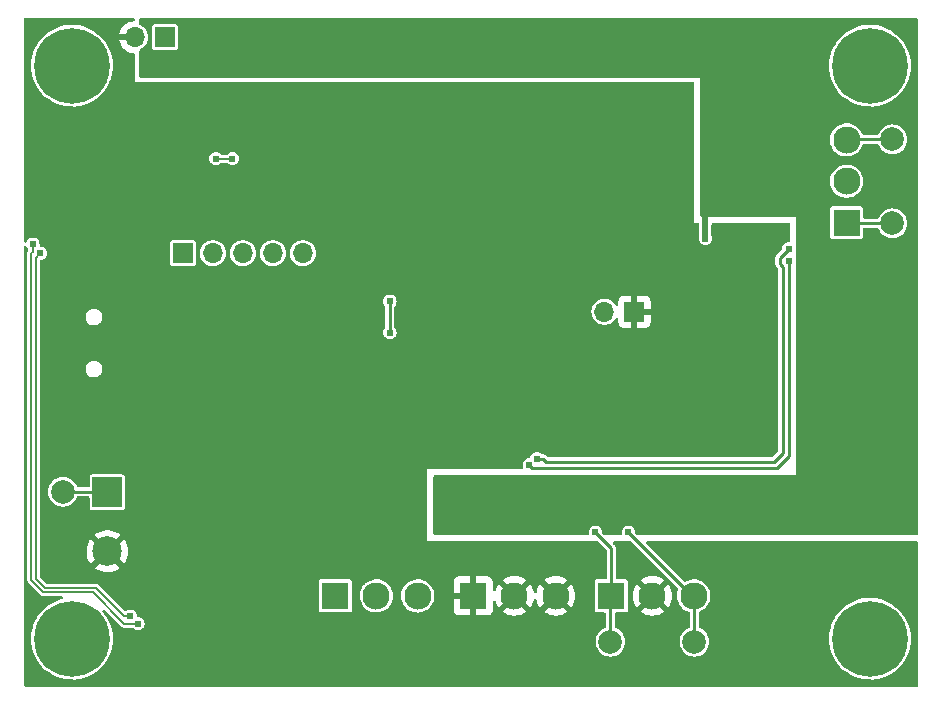
<source format=gbl>
G04 #@! TF.GenerationSoftware,KiCad,Pcbnew,6.0.2+dfsg-1*
G04 #@! TF.CreationDate,2023-08-12T13:44:00-06:00*
G04 #@! TF.ProjectId,ckt-soundplay,636b742d-736f-4756-9e64-706c61792e6b,rev?*
G04 #@! TF.SameCoordinates,Original*
G04 #@! TF.FileFunction,Copper,L2,Bot*
G04 #@! TF.FilePolarity,Positive*
%FSLAX46Y46*%
G04 Gerber Fmt 4.6, Leading zero omitted, Abs format (unit mm)*
G04 Created by KiCad (PCBNEW 6.0.2+dfsg-1) date 2023-08-12 13:44:00*
%MOMM*%
%LPD*%
G01*
G04 APERTURE LIST*
G04 #@! TA.AperFunction,ComponentPad*
%ADD10R,2.500000X2.500000*%
G04 #@! TD*
G04 #@! TA.AperFunction,ComponentPad*
%ADD11C,2.500000*%
G04 #@! TD*
G04 #@! TA.AperFunction,ComponentPad*
%ADD12R,2.300000X2.300000*%
G04 #@! TD*
G04 #@! TA.AperFunction,ComponentPad*
%ADD13C,2.300000*%
G04 #@! TD*
G04 #@! TA.AperFunction,ComponentPad*
%ADD14C,6.400000*%
G04 #@! TD*
G04 #@! TA.AperFunction,ComponentPad*
%ADD15R,1.700000X1.700000*%
G04 #@! TD*
G04 #@! TA.AperFunction,ComponentPad*
%ADD16O,1.700000X1.700000*%
G04 #@! TD*
G04 #@! TA.AperFunction,SMDPad,CuDef*
%ADD17C,2.000000*%
G04 #@! TD*
G04 #@! TA.AperFunction,ViaPad*
%ADD18C,0.609600*%
G04 #@! TD*
G04 #@! TA.AperFunction,Conductor*
%ADD19C,0.508000*%
G04 #@! TD*
G04 #@! TA.AperFunction,Conductor*
%ADD20C,0.254000*%
G04 #@! TD*
G04 #@! TA.AperFunction,Conductor*
%ADD21C,0.177800*%
G04 #@! TD*
G04 APERTURE END LIST*
D10*
X32720000Y-175046000D03*
D11*
X32720000Y-180046000D03*
D12*
X51999000Y-183827000D03*
D13*
X55499000Y-183827000D03*
X58999000Y-183827000D03*
D14*
X97282000Y-187452000D03*
X97282000Y-138938000D03*
D12*
X63683000Y-183827000D03*
D13*
X67183000Y-183827000D03*
X70683000Y-183827000D03*
D12*
X95308000Y-152217000D03*
D13*
X95308000Y-148717000D03*
X95308000Y-145217000D03*
D15*
X37597000Y-136525000D03*
D16*
X35057000Y-136525000D03*
D15*
X77348000Y-159766000D03*
D16*
X74808000Y-159766000D03*
D14*
X29718000Y-187452000D03*
X29718000Y-138938000D03*
D12*
X75367000Y-183827000D03*
D13*
X78867000Y-183827000D03*
X82367000Y-183827000D03*
D15*
X39116000Y-154813000D03*
D16*
X41656000Y-154813000D03*
X44196000Y-154813000D03*
X46736000Y-154813000D03*
X49276000Y-154813000D03*
D17*
X82423000Y-187706000D03*
X28956000Y-180086000D03*
X99187000Y-152273000D03*
X28956000Y-175006000D03*
X99187000Y-145161000D03*
X75311000Y-187706000D03*
D18*
X80645000Y-179832000D03*
X39497000Y-144780000D03*
X66040000Y-171069000D03*
X51054000Y-172847000D03*
X70231000Y-179832000D03*
X40767000Y-179832000D03*
X62230000Y-147574000D03*
X41656000Y-178943000D03*
X33401000Y-148844000D03*
X46101000Y-178943000D03*
X58166000Y-148717000D03*
X72009000Y-179832000D03*
X52832000Y-172847000D03*
X50038000Y-140843000D03*
X40767000Y-178943000D03*
X80772000Y-158369000D03*
X46101000Y-179832000D03*
X51435000Y-163576000D03*
X85559000Y-153924000D03*
X90043000Y-153162000D03*
X67056000Y-171069000D03*
X89027000Y-167640000D03*
X58166000Y-150114000D03*
X40767000Y-178054000D03*
X47371000Y-140843000D03*
X45212000Y-178054000D03*
X63500000Y-148717000D03*
X46101000Y-178054000D03*
X46482000Y-140843000D03*
X63373000Y-171069000D03*
X51943000Y-172847000D03*
X59436000Y-147574000D03*
X39751000Y-163576000D03*
X89027000Y-168402000D03*
X52197000Y-163576000D03*
X65151000Y-170815000D03*
X52324000Y-171831000D03*
X62230000Y-152781000D03*
X39497000Y-143891000D03*
X80772000Y-159893000D03*
X79756000Y-179832000D03*
X38608000Y-143002000D03*
X39497000Y-141224000D03*
X44577000Y-186436000D03*
X40386000Y-147955000D03*
X80772000Y-162560000D03*
X60833000Y-147574000D03*
X60833000Y-152781000D03*
X80772000Y-163322000D03*
X39497000Y-142113000D03*
X78613000Y-153289000D03*
X80772000Y-159131000D03*
X59436000Y-152781000D03*
X81534000Y-179832000D03*
X89281000Y-187071000D03*
X41656000Y-178054000D03*
X45212000Y-178943000D03*
X80772000Y-164084000D03*
X65151000Y-172593000D03*
X65151000Y-171704000D03*
X48260000Y-140843000D03*
X73533000Y-142494000D03*
X39497000Y-143002000D03*
X39624000Y-147955000D03*
X35201000Y-168778000D03*
X85559000Y-153156000D03*
X45212000Y-179832000D03*
X64262000Y-171069000D03*
X34163000Y-148844000D03*
X89281000Y-153416000D03*
X38989000Y-163576000D03*
X63500000Y-151511000D03*
X52324000Y-170815000D03*
X58166000Y-151511000D03*
X49149000Y-140843000D03*
X63500000Y-150114000D03*
X72771000Y-142494000D03*
X71120000Y-179832000D03*
X40386000Y-143002000D03*
X41656000Y-179832000D03*
X35201000Y-156078000D03*
X62103000Y-176149000D03*
X61087000Y-174371000D03*
X35814000Y-138811000D03*
X44958000Y-139573000D03*
X62103000Y-177927000D03*
X62103000Y-177038000D03*
X61087000Y-175260000D03*
X36703000Y-138811000D03*
X61087000Y-177927000D03*
X61087000Y-177038000D03*
X62103000Y-175260000D03*
X35814000Y-139573000D03*
X83359000Y-153578000D03*
X36703000Y-139573000D03*
X61087000Y-176149000D03*
X44958000Y-138811000D03*
X62103000Y-174371000D03*
X74041000Y-178435000D03*
X43307000Y-146812000D03*
X41910000Y-146812000D03*
X76835000Y-178435000D03*
X26416000Y-154051000D03*
X35306000Y-186182000D03*
X34671000Y-185547000D03*
X27051000Y-154813000D03*
X56642000Y-158877000D03*
X56642000Y-161544000D03*
X90424000Y-155448000D03*
X68453000Y-172720000D03*
X90424000Y-154432000D03*
X69088000Y-172212000D03*
D19*
X83359000Y-153578000D02*
X83359000Y-150495000D01*
D20*
X75367000Y-179761000D02*
X75367000Y-183827000D01*
X74041000Y-178435000D02*
X75367000Y-179761000D01*
X75311000Y-187706000D02*
X75311000Y-183883000D01*
X75311000Y-183883000D02*
X75367000Y-183827000D01*
D21*
X41910000Y-146812000D02*
X43307000Y-146812000D01*
D20*
X82423000Y-187706000D02*
X82423000Y-183883000D01*
X76835000Y-178435000D02*
X82227000Y-183827000D01*
X82227000Y-183827000D02*
X82367000Y-183827000D01*
X82423000Y-183883000D02*
X82367000Y-183827000D01*
D21*
X35306000Y-186182000D02*
X34163000Y-186182000D01*
X34163000Y-186182000D02*
X31496000Y-183515000D01*
X26416000Y-154686000D02*
X26416000Y-154051000D01*
X26289000Y-154813000D02*
X26416000Y-154686000D01*
X31496000Y-183515000D02*
X27305000Y-183515000D01*
X27305000Y-183515000D02*
X26289000Y-182499000D01*
X26289000Y-182499000D02*
X26289000Y-154813000D01*
X34163000Y-185547000D02*
X31750000Y-183134000D01*
X34671000Y-185547000D02*
X34163000Y-185547000D01*
X26670000Y-182372000D02*
X26670000Y-155194000D01*
X31750000Y-183134000D02*
X27432000Y-183134000D01*
X26670000Y-155194000D02*
X27051000Y-154813000D01*
X27432000Y-183134000D02*
X26670000Y-182372000D01*
D20*
X28956000Y-175006000D02*
X32680000Y-175006000D01*
X32680000Y-175006000D02*
X32720000Y-175046000D01*
X56642000Y-161544000D02*
X56642000Y-158877000D01*
X68707000Y-172974000D02*
X68453000Y-172720000D01*
X99187000Y-152273000D02*
X95364000Y-152273000D01*
X89408000Y-172974000D02*
X68707000Y-172974000D01*
X90424000Y-155448000D02*
X90424000Y-171958000D01*
X95364000Y-152273000D02*
X95308000Y-152217000D01*
X90424000Y-171958000D02*
X89408000Y-172974000D01*
X69850000Y-172466000D02*
X69596000Y-172212000D01*
X69596000Y-172212000D02*
X69088000Y-172212000D01*
X95364000Y-145161000D02*
X95308000Y-145217000D01*
X99187000Y-145161000D02*
X95364000Y-145161000D01*
X90424000Y-154432000D02*
X89662000Y-155194000D01*
X89662000Y-155194000D02*
X89662000Y-155727160D01*
X89916000Y-171704000D02*
X89154000Y-172466000D01*
X89154000Y-172466000D02*
X69850000Y-172466000D01*
X89662000Y-155727160D02*
X89916000Y-155981160D01*
X89916000Y-155981160D02*
X89916000Y-171704000D01*
G04 #@! TA.AperFunction,Conductor*
G36*
X101288121Y-134894002D02*
G01*
X101334614Y-134947658D01*
X101346000Y-135000000D01*
X101346000Y-178563000D01*
X101325998Y-178631121D01*
X101272342Y-178677614D01*
X101220000Y-178689000D01*
X77680713Y-178689000D01*
X77612592Y-178668998D01*
X77591618Y-178652095D01*
X77433100Y-178493577D01*
X77399074Y-178431265D01*
X77397273Y-178420928D01*
X77380982Y-178297179D01*
X77380981Y-178297177D01*
X77379904Y-178288993D01*
X77323547Y-178152937D01*
X77233897Y-178036103D01*
X77117063Y-177946453D01*
X76981007Y-177890096D01*
X76972823Y-177889019D01*
X76972821Y-177889018D01*
X76843188Y-177871952D01*
X76835000Y-177870874D01*
X76826812Y-177871952D01*
X76697179Y-177889018D01*
X76697177Y-177889019D01*
X76688993Y-177890096D01*
X76552937Y-177946453D01*
X76436103Y-178036103D01*
X76346453Y-178152937D01*
X76290096Y-178288993D01*
X76270874Y-178435000D01*
X76271952Y-178443188D01*
X76285560Y-178546554D01*
X76274620Y-178616703D01*
X76227492Y-178669801D01*
X76160638Y-178689000D01*
X74886713Y-178689000D01*
X74818592Y-178668998D01*
X74797618Y-178652095D01*
X74639100Y-178493577D01*
X74605074Y-178431265D01*
X74603273Y-178420928D01*
X74586982Y-178297179D01*
X74586981Y-178297177D01*
X74585904Y-178288993D01*
X74529547Y-178152937D01*
X74439897Y-178036103D01*
X74323063Y-177946453D01*
X74187007Y-177890096D01*
X74178823Y-177889019D01*
X74178821Y-177889018D01*
X74049188Y-177871952D01*
X74041000Y-177870874D01*
X74032812Y-177871952D01*
X73903179Y-177889018D01*
X73903177Y-177889019D01*
X73894993Y-177890096D01*
X73758937Y-177946453D01*
X73642103Y-178036103D01*
X73552453Y-178152937D01*
X73496096Y-178288993D01*
X73476874Y-178435000D01*
X73477952Y-178443188D01*
X73491560Y-178546554D01*
X73480620Y-178616703D01*
X73433492Y-178669801D01*
X73366638Y-178689000D01*
X60451000Y-178689000D01*
X60382879Y-178668998D01*
X60336386Y-178615342D01*
X60325000Y-178563000D01*
X60325000Y-173735000D01*
X60345002Y-173666879D01*
X60398658Y-173620386D01*
X60451000Y-173609000D01*
X91059000Y-173609000D01*
X91059000Y-151765000D01*
X83057000Y-151765000D01*
X82988879Y-151744998D01*
X82942386Y-151691342D01*
X82931000Y-151639000D01*
X82931000Y-151041933D01*
X93903500Y-151041933D01*
X93903501Y-153392066D01*
X93910612Y-153427818D01*
X93915824Y-153454022D01*
X93918266Y-153466301D01*
X93974516Y-153550484D01*
X94058699Y-153606734D01*
X94132933Y-153621500D01*
X95307810Y-153621500D01*
X96483066Y-153621499D01*
X96518818Y-153614388D01*
X96545126Y-153609156D01*
X96545128Y-153609155D01*
X96557301Y-153606734D01*
X96567621Y-153599839D01*
X96567622Y-153599838D01*
X96631168Y-153557377D01*
X96641484Y-153550484D01*
X96697734Y-153466301D01*
X96712500Y-153392067D01*
X96712500Y-152780500D01*
X96732502Y-152712379D01*
X96786158Y-152665886D01*
X96838500Y-152654500D01*
X97900438Y-152654500D01*
X97968559Y-152674502D01*
X98014633Y-152727250D01*
X98094095Y-152897659D01*
X98094098Y-152897664D01*
X98096421Y-152902646D01*
X98099577Y-152907153D01*
X98099578Y-152907155D01*
X98176565Y-153017103D01*
X98222326Y-153082457D01*
X98377543Y-153237674D01*
X98382051Y-153240831D01*
X98382054Y-153240833D01*
X98531000Y-153345126D01*
X98557354Y-153363579D01*
X98562336Y-153365902D01*
X98562341Y-153365905D01*
X98618447Y-153392067D01*
X98756297Y-153456347D01*
X98968326Y-153513161D01*
X99187000Y-153532292D01*
X99405674Y-153513161D01*
X99617703Y-153456347D01*
X99755553Y-153392067D01*
X99811659Y-153365905D01*
X99811664Y-153365902D01*
X99816646Y-153363579D01*
X99843000Y-153345126D01*
X99991946Y-153240833D01*
X99991949Y-153240831D01*
X99996457Y-153237674D01*
X100151674Y-153082457D01*
X100197436Y-153017103D01*
X100274422Y-152907155D01*
X100274423Y-152907153D01*
X100277579Y-152902646D01*
X100279902Y-152897664D01*
X100279905Y-152897659D01*
X100334536Y-152780500D01*
X100370347Y-152703703D01*
X100427161Y-152491674D01*
X100446292Y-152273000D01*
X100427161Y-152054326D01*
X100370347Y-151842297D01*
X100299956Y-151691342D01*
X100279905Y-151648341D01*
X100279902Y-151648336D01*
X100277579Y-151643354D01*
X100151674Y-151463543D01*
X99996457Y-151308326D01*
X99991949Y-151305169D01*
X99991946Y-151305167D01*
X99821155Y-151185578D01*
X99821153Y-151185577D01*
X99816646Y-151182421D01*
X99811664Y-151180098D01*
X99811659Y-151180095D01*
X99710884Y-151133104D01*
X99617703Y-151089653D01*
X99405674Y-151032839D01*
X99187000Y-151013708D01*
X98968326Y-151032839D01*
X98756297Y-151089653D01*
X98663116Y-151133104D01*
X98562341Y-151180095D01*
X98562336Y-151180098D01*
X98557354Y-151182421D01*
X98552847Y-151185577D01*
X98552845Y-151185578D01*
X98382054Y-151305167D01*
X98382051Y-151305169D01*
X98377543Y-151308326D01*
X98222326Y-151463543D01*
X98096421Y-151643354D01*
X98094098Y-151648336D01*
X98094095Y-151648341D01*
X98014633Y-151818750D01*
X97967716Y-151872035D01*
X97900438Y-151891500D01*
X96838499Y-151891500D01*
X96770378Y-151871498D01*
X96723885Y-151817842D01*
X96712499Y-151765500D01*
X96712499Y-151041934D01*
X96697734Y-150967699D01*
X96641484Y-150883516D01*
X96557301Y-150827266D01*
X96483067Y-150812500D01*
X95308190Y-150812500D01*
X94132934Y-150812501D01*
X94097182Y-150819612D01*
X94070874Y-150824844D01*
X94070872Y-150824845D01*
X94058699Y-150827266D01*
X94048379Y-150834161D01*
X94048378Y-150834162D01*
X93987985Y-150874516D01*
X93974516Y-150883516D01*
X93918266Y-150967699D01*
X93903500Y-151041933D01*
X82931000Y-151041933D01*
X82931000Y-148682567D01*
X93899107Y-148682567D01*
X93899404Y-148687720D01*
X93899404Y-148687723D01*
X93912103Y-148907971D01*
X93912401Y-148913139D01*
X93913538Y-148918185D01*
X93913539Y-148918191D01*
X93931765Y-148999063D01*
X93963176Y-149138442D01*
X94050066Y-149352428D01*
X94170740Y-149549349D01*
X94321955Y-149723916D01*
X94499651Y-149871442D01*
X94504103Y-149874044D01*
X94504108Y-149874047D01*
X94664878Y-149967993D01*
X94699056Y-149987965D01*
X94914814Y-150070355D01*
X94919880Y-150071386D01*
X94919881Y-150071386D01*
X94972674Y-150082127D01*
X95141132Y-150116400D01*
X95271323Y-150121174D01*
X95366767Y-150124674D01*
X95366771Y-150124674D01*
X95371931Y-150124863D01*
X95377051Y-150124207D01*
X95377053Y-150124207D01*
X95456730Y-150114000D01*
X95601013Y-150095517D01*
X95605961Y-150094032D01*
X95605968Y-150094031D01*
X95817276Y-150030635D01*
X95817275Y-150030635D01*
X95822226Y-150029150D01*
X96029629Y-149927544D01*
X96033834Y-149924544D01*
X96033840Y-149924541D01*
X96213449Y-149796427D01*
X96213451Y-149796425D01*
X96217653Y-149793428D01*
X96381247Y-149630404D01*
X96516018Y-149442850D01*
X96618347Y-149235803D01*
X96633397Y-149186267D01*
X96683982Y-149019775D01*
X96683983Y-149019769D01*
X96685486Y-149014823D01*
X96715631Y-148785845D01*
X96717314Y-148717000D01*
X96698390Y-148486822D01*
X96642126Y-148262826D01*
X96550033Y-148051028D01*
X96424585Y-147857114D01*
X96269150Y-147686293D01*
X96195068Y-147627786D01*
X96091956Y-147546353D01*
X96091951Y-147546350D01*
X96087902Y-147543152D01*
X96083386Y-147540659D01*
X96083383Y-147540657D01*
X95890234Y-147434033D01*
X95890230Y-147434031D01*
X95885710Y-147431536D01*
X95880841Y-147429812D01*
X95880837Y-147429810D01*
X95672878Y-147356168D01*
X95672874Y-147356167D01*
X95668003Y-147354442D01*
X95662913Y-147353535D01*
X95662908Y-147353534D01*
X95539550Y-147331561D01*
X95440628Y-147313941D01*
X95354124Y-147312884D01*
X95214861Y-147311182D01*
X95214859Y-147311182D01*
X95209691Y-147311119D01*
X94981394Y-147346053D01*
X94761869Y-147417805D01*
X94557010Y-147524448D01*
X94552877Y-147527551D01*
X94552874Y-147527553D01*
X94376454Y-147660013D01*
X94372319Y-147663118D01*
X94212757Y-147830090D01*
X94082609Y-148020881D01*
X94080435Y-148025565D01*
X94080433Y-148025568D01*
X94021340Y-148152874D01*
X93985369Y-148230366D01*
X93923649Y-148452921D01*
X93899107Y-148682567D01*
X82931000Y-148682567D01*
X82931000Y-145182567D01*
X93899107Y-145182567D01*
X93899404Y-145187720D01*
X93899404Y-145187723D01*
X93910778Y-145384984D01*
X93912401Y-145413139D01*
X93913538Y-145418185D01*
X93913539Y-145418191D01*
X93938448Y-145528716D01*
X93963176Y-145638442D01*
X94050066Y-145852428D01*
X94170740Y-146049349D01*
X94321955Y-146223916D01*
X94499651Y-146371442D01*
X94504103Y-146374044D01*
X94504108Y-146374047D01*
X94665917Y-146468600D01*
X94699056Y-146487965D01*
X94914814Y-146570355D01*
X94919880Y-146571386D01*
X94919881Y-146571386D01*
X94972674Y-146582127D01*
X95141132Y-146616400D01*
X95271323Y-146621174D01*
X95366767Y-146624674D01*
X95366771Y-146624674D01*
X95371931Y-146624863D01*
X95377051Y-146624207D01*
X95377053Y-146624207D01*
X95448088Y-146615107D01*
X95601013Y-146595517D01*
X95605961Y-146594032D01*
X95605968Y-146594031D01*
X95817276Y-146530635D01*
X95817275Y-146530635D01*
X95822226Y-146529150D01*
X96029629Y-146427544D01*
X96033834Y-146424544D01*
X96033840Y-146424541D01*
X96213449Y-146296427D01*
X96213451Y-146296425D01*
X96217653Y-146293428D01*
X96381247Y-146130404D01*
X96516018Y-145942850D01*
X96618347Y-145735803D01*
X96619849Y-145730861D01*
X96619854Y-145730847D01*
X96649925Y-145631871D01*
X96688866Y-145572507D01*
X96753720Y-145543620D01*
X96770483Y-145542500D01*
X97900438Y-145542500D01*
X97968559Y-145562502D01*
X98014633Y-145615250D01*
X98094095Y-145785659D01*
X98094098Y-145785664D01*
X98096421Y-145790646D01*
X98222326Y-145970457D01*
X98377543Y-146125674D01*
X98382051Y-146128831D01*
X98382054Y-146128833D01*
X98552845Y-146248422D01*
X98557354Y-146251579D01*
X98562336Y-146253902D01*
X98562341Y-146253905D01*
X98663116Y-146300896D01*
X98756297Y-146344347D01*
X98968326Y-146401161D01*
X99187000Y-146420292D01*
X99405674Y-146401161D01*
X99617703Y-146344347D01*
X99710884Y-146300896D01*
X99811659Y-146253905D01*
X99811664Y-146253902D01*
X99816646Y-146251579D01*
X99821155Y-146248422D01*
X99991946Y-146128833D01*
X99991949Y-146128831D01*
X99996457Y-146125674D01*
X100151674Y-145970457D01*
X100277579Y-145790646D01*
X100279902Y-145785664D01*
X100279905Y-145785659D01*
X100326896Y-145684884D01*
X100370347Y-145591703D01*
X100427161Y-145379674D01*
X100446292Y-145161000D01*
X100427161Y-144942326D01*
X100370347Y-144730297D01*
X100288968Y-144555778D01*
X100279905Y-144536341D01*
X100279902Y-144536336D01*
X100277579Y-144531354D01*
X100270246Y-144520881D01*
X100154833Y-144356054D01*
X100154831Y-144356051D01*
X100151674Y-144351543D01*
X99996457Y-144196326D01*
X99991949Y-144193169D01*
X99991946Y-144193167D01*
X99821155Y-144073578D01*
X99821153Y-144073577D01*
X99816646Y-144070421D01*
X99811664Y-144068098D01*
X99811659Y-144068095D01*
X99710884Y-144021104D01*
X99617703Y-143977653D01*
X99405674Y-143920839D01*
X99187000Y-143901708D01*
X98968326Y-143920839D01*
X98756297Y-143977653D01*
X98663116Y-144021104D01*
X98562341Y-144068095D01*
X98562336Y-144068098D01*
X98557354Y-144070421D01*
X98552847Y-144073577D01*
X98552845Y-144073578D01*
X98382054Y-144193167D01*
X98382051Y-144193169D01*
X98377543Y-144196326D01*
X98222326Y-144351543D01*
X98219169Y-144356051D01*
X98219167Y-144356054D01*
X98103754Y-144520881D01*
X98096421Y-144531354D01*
X98094098Y-144536336D01*
X98094095Y-144536341D01*
X98014633Y-144706750D01*
X97967716Y-144760035D01*
X97900438Y-144779500D01*
X96731985Y-144779500D01*
X96663864Y-144759498D01*
X96616436Y-144703743D01*
X96552098Y-144555778D01*
X96550033Y-144551028D01*
X96424585Y-144357114D01*
X96269150Y-144186293D01*
X96195068Y-144127786D01*
X96091956Y-144046353D01*
X96091951Y-144046350D01*
X96087902Y-144043152D01*
X96083386Y-144040659D01*
X96083383Y-144040657D01*
X95890234Y-143934033D01*
X95890230Y-143934031D01*
X95885710Y-143931536D01*
X95880841Y-143929812D01*
X95880837Y-143929810D01*
X95672878Y-143856168D01*
X95672874Y-143856167D01*
X95668003Y-143854442D01*
X95662913Y-143853535D01*
X95662908Y-143853534D01*
X95539550Y-143831561D01*
X95440628Y-143813941D01*
X95354124Y-143812884D01*
X95214861Y-143811182D01*
X95214859Y-143811182D01*
X95209691Y-143811119D01*
X94981394Y-143846053D01*
X94761869Y-143917805D01*
X94557010Y-144024448D01*
X94552877Y-144027551D01*
X94552874Y-144027553D01*
X94491575Y-144073578D01*
X94372319Y-144163118D01*
X94212757Y-144330090D01*
X94082609Y-144520881D01*
X94080435Y-144525565D01*
X94080433Y-144525568D01*
X93987715Y-144725312D01*
X93985369Y-144730366D01*
X93923649Y-144952921D01*
X93899107Y-145182567D01*
X82931000Y-145182567D01*
X82931000Y-139954000D01*
X35559000Y-139954000D01*
X35490879Y-139933998D01*
X35444386Y-139880342D01*
X35433000Y-139828000D01*
X35433000Y-138925924D01*
X93822447Y-138925924D01*
X93841378Y-139299624D01*
X93900557Y-139669094D01*
X93999293Y-140030011D01*
X94136430Y-140378154D01*
X94310365Y-140709450D01*
X94312262Y-140712274D01*
X94312265Y-140712278D01*
X94388080Y-140825103D01*
X94519061Y-141020024D01*
X94521256Y-141022630D01*
X94521260Y-141022636D01*
X94607512Y-141125063D01*
X94760079Y-141306241D01*
X95030598Y-141564755D01*
X95327455Y-141792541D01*
X95647176Y-141986935D01*
X95986021Y-142145661D01*
X95989239Y-142146763D01*
X95989242Y-142146764D01*
X96336803Y-142265761D01*
X96336811Y-142265763D01*
X96340026Y-142266864D01*
X96705051Y-142349126D01*
X96792200Y-142359056D01*
X97073442Y-142391100D01*
X97073450Y-142391100D01*
X97076825Y-142391485D01*
X97080229Y-142391503D01*
X97080232Y-142391503D01*
X97283556Y-142392567D01*
X97450999Y-142393444D01*
X97454385Y-142393094D01*
X97454387Y-142393094D01*
X97819805Y-142355332D01*
X97819814Y-142355331D01*
X97823197Y-142354981D01*
X97826530Y-142354267D01*
X97826533Y-142354266D01*
X98006820Y-142315616D01*
X98189063Y-142276546D01*
X98544318Y-142159056D01*
X98884807Y-142003887D01*
X99009459Y-141929874D01*
X99203601Y-141814601D01*
X99203606Y-141814598D01*
X99206546Y-141812852D01*
X99236354Y-141790472D01*
X99398804Y-141668500D01*
X99505771Y-141588187D01*
X99778983Y-141332521D01*
X100022985Y-141048842D01*
X100044737Y-141017192D01*
X100232992Y-140743280D01*
X100232997Y-140743273D01*
X100234922Y-140740471D01*
X100236534Y-140737477D01*
X100236539Y-140737469D01*
X100410694Y-140414027D01*
X100412316Y-140411015D01*
X100553091Y-140064327D01*
X100584519Y-139954000D01*
X100605501Y-139880342D01*
X100655601Y-139704463D01*
X100718647Y-139335634D01*
X100720850Y-139299624D01*
X100741380Y-138963948D01*
X100741490Y-138962152D01*
X100741574Y-138938000D01*
X100721339Y-138564368D01*
X100660870Y-138195107D01*
X100560875Y-137834537D01*
X100557627Y-137826373D01*
X100423783Y-137490039D01*
X100423779Y-137490031D01*
X100422523Y-137486874D01*
X100247434Y-137156188D01*
X100245534Y-137153382D01*
X100245530Y-137153375D01*
X100039561Y-136849162D01*
X100037654Y-136846345D01*
X99795639Y-136560970D01*
X99524219Y-136303402D01*
X99521512Y-136301340D01*
X99521504Y-136301333D01*
X99229281Y-136078720D01*
X99226569Y-136076654D01*
X99017623Y-135950609D01*
X98909100Y-135885143D01*
X98909096Y-135885141D01*
X98906172Y-135883377D01*
X98903082Y-135881943D01*
X98903077Y-135881940D01*
X98569871Y-135727272D01*
X98569869Y-135727271D01*
X98566775Y-135725835D01*
X98563540Y-135724740D01*
X98563535Y-135724738D01*
X98215583Y-135606963D01*
X98212348Y-135605868D01*
X97847038Y-135524881D01*
X97638267Y-135501832D01*
X97478500Y-135484193D01*
X97478495Y-135484193D01*
X97475119Y-135483820D01*
X97471720Y-135483814D01*
X97471719Y-135483814D01*
X97294987Y-135483506D01*
X97100940Y-135483167D01*
X96962079Y-135498007D01*
X96732263Y-135522567D01*
X96732257Y-135522568D01*
X96728879Y-135522929D01*
X96363289Y-135602641D01*
X96008446Y-135721369D01*
X95668501Y-135877727D01*
X95665567Y-135879483D01*
X95665565Y-135879484D01*
X95656110Y-135885143D01*
X95347431Y-136069883D01*
X95048991Y-136295591D01*
X95046509Y-136297930D01*
X95046503Y-136297935D01*
X94801618Y-136528704D01*
X94776674Y-136552210D01*
X94774462Y-136554800D01*
X94774461Y-136554801D01*
X94574083Y-136789414D01*
X94533664Y-136836738D01*
X94531736Y-136839565D01*
X94531734Y-136839567D01*
X94367984Y-137079616D01*
X94322804Y-137145847D01*
X94321197Y-137148857D01*
X94321195Y-137148860D01*
X94190368Y-137393877D01*
X94146561Y-137475921D01*
X94145288Y-137479089D01*
X94145287Y-137479090D01*
X94083532Y-137632712D01*
X94006997Y-137823098D01*
X93905744Y-138183317D01*
X93843986Y-138552365D01*
X93822447Y-138925924D01*
X35433000Y-138925924D01*
X35433000Y-137653046D01*
X35453002Y-137584925D01*
X35506717Y-137538825D01*
X35508165Y-137538334D01*
X35513208Y-137535510D01*
X35513212Y-137535508D01*
X35624986Y-137472911D01*
X35685276Y-137439147D01*
X35724969Y-137406135D01*
X35836913Y-137313031D01*
X35841345Y-137309345D01*
X35971147Y-137153276D01*
X36070334Y-136976165D01*
X36072190Y-136970698D01*
X36072192Y-136970693D01*
X36133728Y-136789414D01*
X36133729Y-136789409D01*
X36135584Y-136783945D01*
X36136412Y-136778236D01*
X36136413Y-136778231D01*
X36164179Y-136586727D01*
X36164712Y-136583053D01*
X36166232Y-136525000D01*
X36147658Y-136322859D01*
X36139968Y-136295591D01*
X36094125Y-136133046D01*
X36094124Y-136133044D01*
X36092557Y-136127487D01*
X36066620Y-136074890D01*
X36005331Y-135950609D01*
X36002776Y-135945428D01*
X35881320Y-135782779D01*
X35737609Y-135649933D01*
X36492500Y-135649933D01*
X36492501Y-137400066D01*
X36507266Y-137474301D01*
X36563516Y-137558484D01*
X36647699Y-137614734D01*
X36721933Y-137629500D01*
X37596858Y-137629500D01*
X38472066Y-137629499D01*
X38507818Y-137622388D01*
X38534126Y-137617156D01*
X38534128Y-137617155D01*
X38546301Y-137614734D01*
X38556621Y-137607839D01*
X38556622Y-137607838D01*
X38620168Y-137565377D01*
X38630484Y-137558484D01*
X38686734Y-137474301D01*
X38701500Y-137400067D01*
X38701499Y-135649934D01*
X38692952Y-135606963D01*
X38689156Y-135587874D01*
X38689155Y-135587872D01*
X38686734Y-135575699D01*
X38660654Y-135536667D01*
X38637377Y-135501832D01*
X38630484Y-135491516D01*
X38546301Y-135435266D01*
X38472067Y-135420500D01*
X37597142Y-135420500D01*
X36721934Y-135420501D01*
X36686182Y-135427612D01*
X36659874Y-135432844D01*
X36659872Y-135432845D01*
X36647699Y-135435266D01*
X36637379Y-135442161D01*
X36637378Y-135442162D01*
X36620314Y-135453564D01*
X36563516Y-135491516D01*
X36507266Y-135575699D01*
X36492500Y-135649933D01*
X35737609Y-135649933D01*
X35732258Y-135644987D01*
X35727375Y-135641906D01*
X35727371Y-135641903D01*
X35565464Y-135539748D01*
X35560581Y-135536667D01*
X35532897Y-135525622D01*
X35512309Y-135517408D01*
X35456450Y-135473586D01*
X35433000Y-135400378D01*
X35433000Y-135000000D01*
X35453002Y-134931879D01*
X35506658Y-134885386D01*
X35559000Y-134874000D01*
X101220000Y-134874000D01*
X101288121Y-134894002D01*
G37*
G04 #@! TD.AperFunction*
G04 #@! TA.AperFunction,Conductor*
G36*
X34994121Y-134894002D02*
G01*
X35040614Y-134947658D01*
X35052000Y-135000000D01*
X35052000Y-135043699D01*
X35031998Y-135111820D01*
X34978342Y-135158313D01*
X34945059Y-135168249D01*
X34746321Y-135198661D01*
X34736293Y-135201050D01*
X34533868Y-135267212D01*
X34524359Y-135271209D01*
X34335463Y-135369542D01*
X34326738Y-135375036D01*
X34156433Y-135502905D01*
X34148726Y-135509748D01*
X34001590Y-135663717D01*
X33995104Y-135671727D01*
X33875098Y-135847649D01*
X33870000Y-135856623D01*
X33780338Y-136049783D01*
X33776775Y-136059470D01*
X33721389Y-136259183D01*
X33722912Y-136267607D01*
X33735292Y-136271000D01*
X35052000Y-136271000D01*
X35052000Y-136779000D01*
X33740225Y-136779000D01*
X33726694Y-136782973D01*
X33725257Y-136792966D01*
X33755565Y-136927446D01*
X33758645Y-136937275D01*
X33838770Y-137134603D01*
X33843413Y-137143794D01*
X33954694Y-137325388D01*
X33960777Y-137333699D01*
X34100213Y-137494667D01*
X34107580Y-137501883D01*
X34271434Y-137637916D01*
X34279881Y-137643831D01*
X34463756Y-137751279D01*
X34473042Y-137755729D01*
X34672001Y-137831703D01*
X34681899Y-137834579D01*
X34890595Y-137877038D01*
X34900823Y-137878257D01*
X34930617Y-137879350D01*
X34997959Y-137901835D01*
X35042455Y-137957158D01*
X35052000Y-138005265D01*
X35052000Y-140335000D01*
X82297000Y-140335000D01*
X82365121Y-140355002D01*
X82411614Y-140408658D01*
X82423000Y-140461000D01*
X82423000Y-152273000D01*
X82724500Y-152273000D01*
X82792621Y-152293002D01*
X82839114Y-152346658D01*
X82850500Y-152399000D01*
X82850500Y-153319042D01*
X82840909Y-153367260D01*
X82830634Y-153392066D01*
X82814096Y-153431993D01*
X82813019Y-153440177D01*
X82813018Y-153440179D01*
X82798497Y-153550484D01*
X82794874Y-153578000D01*
X82795952Y-153586188D01*
X82812214Y-153709709D01*
X82814096Y-153724007D01*
X82870453Y-153860063D01*
X82960103Y-153976897D01*
X83076937Y-154066547D01*
X83212993Y-154122904D01*
X83221177Y-154123981D01*
X83221179Y-154123982D01*
X83350812Y-154141048D01*
X83359000Y-154142126D01*
X83367188Y-154141048D01*
X83496821Y-154123982D01*
X83496823Y-154123981D01*
X83505007Y-154122904D01*
X83641063Y-154066547D01*
X83757897Y-153976897D01*
X83847547Y-153860063D01*
X83903904Y-153724007D01*
X83905787Y-153709709D01*
X83922048Y-153586188D01*
X83923126Y-153578000D01*
X83919503Y-153550484D01*
X83904982Y-153440179D01*
X83904981Y-153440177D01*
X83903904Y-153431993D01*
X83887366Y-153392066D01*
X83877091Y-153367260D01*
X83867500Y-153319042D01*
X83867500Y-152399000D01*
X83887502Y-152330879D01*
X83941158Y-152284386D01*
X83993500Y-152273000D01*
X90425000Y-152273000D01*
X90493121Y-152293002D01*
X90539614Y-152346658D01*
X90551000Y-152399000D01*
X90551000Y-153742952D01*
X90530998Y-153811073D01*
X90477342Y-153857566D01*
X90427710Y-153868362D01*
X90424000Y-153867874D01*
X90415812Y-153868952D01*
X90286179Y-153886018D01*
X90286177Y-153886019D01*
X90277993Y-153887096D01*
X90141937Y-153943453D01*
X90025103Y-154033103D01*
X89935453Y-154149937D01*
X89879096Y-154285993D01*
X89862231Y-154414103D01*
X89861727Y-154417928D01*
X89833005Y-154482855D01*
X89825900Y-154490577D01*
X89430521Y-154885956D01*
X89411505Y-154901315D01*
X89410444Y-154902281D01*
X89401696Y-154907929D01*
X89395250Y-154916106D01*
X89380771Y-154934472D01*
X89376794Y-154938947D01*
X89376865Y-154939008D01*
X89373512Y-154942965D01*
X89369829Y-154946648D01*
X89366803Y-154950883D01*
X89366801Y-154950885D01*
X89358547Y-154962436D01*
X89354984Y-154967182D01*
X89323066Y-155007670D01*
X89320015Y-155016357D01*
X89314666Y-155023843D01*
X89311683Y-155033819D01*
X89311682Y-155033820D01*
X89299902Y-155073211D01*
X89298072Y-155078843D01*
X89280984Y-155127502D01*
X89280500Y-155133091D01*
X89280500Y-155135802D01*
X89280385Y-155138469D01*
X89280366Y-155138532D01*
X89280192Y-155138525D01*
X89280145Y-155139271D01*
X89278275Y-155145524D01*
X89278684Y-155155928D01*
X89280403Y-155199678D01*
X89280500Y-155204625D01*
X89280500Y-155673025D01*
X89277914Y-155697324D01*
X89277846Y-155698762D01*
X89275655Y-155708940D01*
X89276879Y-155719280D01*
X89279627Y-155742502D01*
X89279979Y-155748480D01*
X89280072Y-155748472D01*
X89280500Y-155753650D01*
X89280500Y-155758852D01*
X89281354Y-155763982D01*
X89283686Y-155777992D01*
X89284522Y-155783864D01*
X89290582Y-155835067D01*
X89294567Y-155843366D01*
X89296078Y-155852443D01*
X89320558Y-155897811D01*
X89323239Y-155903074D01*
X89342127Y-155942410D01*
X89342130Y-155942414D01*
X89345560Y-155949558D01*
X89349170Y-155953852D01*
X89351102Y-155955784D01*
X89352889Y-155957733D01*
X89352918Y-155957786D01*
X89352788Y-155957905D01*
X89353289Y-155958473D01*
X89356388Y-155964217D01*
X89396194Y-156001013D01*
X89399761Y-156004443D01*
X89497596Y-156102279D01*
X89531621Y-156164591D01*
X89534500Y-156191374D01*
X89534500Y-171493787D01*
X89514498Y-171561908D01*
X89497595Y-171582882D01*
X89032882Y-172047595D01*
X88970570Y-172081621D01*
X88943787Y-172084500D01*
X70060213Y-172084500D01*
X69992092Y-172064498D01*
X69971118Y-172047595D01*
X69904041Y-171980518D01*
X69888694Y-171961515D01*
X69887720Y-171960444D01*
X69882071Y-171951696D01*
X69873896Y-171945252D01*
X69873894Y-171945249D01*
X69855528Y-171930771D01*
X69851053Y-171926794D01*
X69850992Y-171926865D01*
X69847035Y-171923512D01*
X69843352Y-171919829D01*
X69827561Y-171908545D01*
X69822815Y-171904982D01*
X69790507Y-171879512D01*
X69790506Y-171879511D01*
X69782330Y-171873066D01*
X69773643Y-171870015D01*
X69766157Y-171864666D01*
X69756181Y-171861683D01*
X69756180Y-171861682D01*
X69716789Y-171849902D01*
X69711157Y-171848072D01*
X69662498Y-171830984D01*
X69656909Y-171830500D01*
X69654198Y-171830500D01*
X69651531Y-171830385D01*
X69651468Y-171830366D01*
X69651475Y-171830192D01*
X69650729Y-171830145D01*
X69644476Y-171828275D01*
X69595692Y-171830192D01*
X69590322Y-171830403D01*
X69585375Y-171830500D01*
X69552340Y-171830500D01*
X69484219Y-171810498D01*
X69475650Y-171804473D01*
X69370063Y-171723453D01*
X69234007Y-171667096D01*
X69225823Y-171666019D01*
X69225821Y-171666018D01*
X69096188Y-171648952D01*
X69088000Y-171647874D01*
X69079812Y-171648952D01*
X68950179Y-171666018D01*
X68950177Y-171666019D01*
X68941993Y-171667096D01*
X68805937Y-171723453D01*
X68689103Y-171813103D01*
X68599453Y-171929937D01*
X68543096Y-172065993D01*
X68542845Y-172067897D01*
X68507420Y-172126015D01*
X68439112Y-172157702D01*
X68315179Y-172174018D01*
X68315177Y-172174019D01*
X68306993Y-172175096D01*
X68170937Y-172231453D01*
X68054103Y-172321103D01*
X67964453Y-172437937D01*
X67908096Y-172573993D01*
X67907019Y-172582177D01*
X67907018Y-172582179D01*
X67904777Y-172599203D01*
X67888874Y-172720000D01*
X67908096Y-172866007D01*
X67911256Y-172873635D01*
X67911257Y-172873640D01*
X67933269Y-172926781D01*
X67940859Y-172997371D01*
X67909080Y-173060858D01*
X67848023Y-173097086D01*
X67816861Y-173101000D01*
X59817000Y-173101000D01*
X59817000Y-179197000D01*
X74211287Y-179197000D01*
X74279408Y-179217002D01*
X74300382Y-179233905D01*
X74948595Y-179882118D01*
X74982621Y-179944430D01*
X74985500Y-179971213D01*
X74985500Y-182296501D01*
X74965498Y-182364622D01*
X74911842Y-182411115D01*
X74859500Y-182422501D01*
X74191934Y-182422501D01*
X74156182Y-182429612D01*
X74129874Y-182434844D01*
X74129872Y-182434845D01*
X74117699Y-182437266D01*
X74107379Y-182444161D01*
X74107378Y-182444162D01*
X74057629Y-182477404D01*
X74033516Y-182493516D01*
X73977266Y-182577699D01*
X73962500Y-182651933D01*
X73962501Y-185002066D01*
X73966400Y-185021669D01*
X73974716Y-185063479D01*
X73977266Y-185076301D01*
X73984161Y-185086620D01*
X73984162Y-185086622D01*
X74008179Y-185122565D01*
X74033516Y-185160484D01*
X74117699Y-185216734D01*
X74191933Y-185231500D01*
X74803500Y-185231500D01*
X74871621Y-185251502D01*
X74918114Y-185305158D01*
X74929500Y-185357500D01*
X74929500Y-186419438D01*
X74909498Y-186487559D01*
X74856750Y-186533633D01*
X74686341Y-186613095D01*
X74686336Y-186613098D01*
X74681354Y-186615421D01*
X74676847Y-186618577D01*
X74676845Y-186618578D01*
X74506054Y-186738167D01*
X74506051Y-186738169D01*
X74501543Y-186741326D01*
X74346326Y-186896543D01*
X74343169Y-186901051D01*
X74343167Y-186901054D01*
X74227415Y-187066365D01*
X74220421Y-187076354D01*
X74218098Y-187081336D01*
X74218095Y-187081341D01*
X74217895Y-187081770D01*
X74127653Y-187275297D01*
X74070839Y-187487326D01*
X74051708Y-187706000D01*
X74070839Y-187924674D01*
X74127653Y-188136703D01*
X74150819Y-188186383D01*
X74218095Y-188330659D01*
X74218098Y-188330664D01*
X74220421Y-188335646D01*
X74346326Y-188515457D01*
X74501543Y-188670674D01*
X74506051Y-188673831D01*
X74506054Y-188673833D01*
X74676845Y-188793422D01*
X74681354Y-188796579D01*
X74686336Y-188798902D01*
X74686341Y-188798905D01*
X74787116Y-188845896D01*
X74880297Y-188889347D01*
X75092326Y-188946161D01*
X75311000Y-188965292D01*
X75529674Y-188946161D01*
X75741703Y-188889347D01*
X75834884Y-188845896D01*
X75935659Y-188798905D01*
X75935664Y-188798902D01*
X75940646Y-188796579D01*
X75945155Y-188793422D01*
X76115946Y-188673833D01*
X76115949Y-188673831D01*
X76120457Y-188670674D01*
X76275674Y-188515457D01*
X76401579Y-188335646D01*
X76403902Y-188330664D01*
X76403905Y-188330659D01*
X76471181Y-188186383D01*
X76494347Y-188136703D01*
X76551161Y-187924674D01*
X76570292Y-187706000D01*
X76551161Y-187487326D01*
X76494347Y-187275297D01*
X76404105Y-187081770D01*
X76403905Y-187081341D01*
X76403902Y-187081336D01*
X76401579Y-187076354D01*
X76394585Y-187066365D01*
X76278833Y-186901054D01*
X76278831Y-186901051D01*
X76275674Y-186896543D01*
X76120457Y-186741326D01*
X76115949Y-186738169D01*
X76115946Y-186738167D01*
X75945155Y-186618578D01*
X75945153Y-186618577D01*
X75940646Y-186615421D01*
X75935664Y-186613098D01*
X75935659Y-186613095D01*
X75765250Y-186533633D01*
X75711965Y-186486716D01*
X75692500Y-186419438D01*
X75692500Y-185357499D01*
X75712502Y-185289378D01*
X75766158Y-185242885D01*
X75818500Y-185231499D01*
X76542066Y-185231499D01*
X76577818Y-185224388D01*
X76604126Y-185219156D01*
X76604128Y-185219155D01*
X76616301Y-185216734D01*
X76626621Y-185209839D01*
X76626622Y-185209838D01*
X76687434Y-185169204D01*
X77890151Y-185169204D01*
X77894720Y-185175735D01*
X78107736Y-185306271D01*
X78116530Y-185310752D01*
X78348492Y-185406834D01*
X78357877Y-185409883D01*
X78602017Y-185468496D01*
X78611764Y-185470039D01*
X78862070Y-185489739D01*
X78871930Y-185489739D01*
X79122236Y-185470039D01*
X79131983Y-185468496D01*
X79376123Y-185409883D01*
X79385508Y-185406834D01*
X79617470Y-185310752D01*
X79626264Y-185306271D01*
X79837875Y-185176596D01*
X79843922Y-185167330D01*
X79837915Y-185157125D01*
X78879812Y-184199022D01*
X78865868Y-184191408D01*
X78864035Y-184191539D01*
X78857420Y-184195790D01*
X77897544Y-185155666D01*
X77890151Y-185169204D01*
X76687434Y-185169204D01*
X76690168Y-185167377D01*
X76700484Y-185160484D01*
X76756734Y-185076301D01*
X76771500Y-185002067D01*
X76771500Y-183831930D01*
X77204261Y-183831930D01*
X77223961Y-184082236D01*
X77225504Y-184091983D01*
X77284117Y-184336123D01*
X77287166Y-184345508D01*
X77383248Y-184577470D01*
X77387729Y-184586264D01*
X77517404Y-184797875D01*
X77526670Y-184803922D01*
X77536875Y-184797915D01*
X78494978Y-183839812D01*
X78501356Y-183828132D01*
X79231408Y-183828132D01*
X79231539Y-183829965D01*
X79235790Y-183836580D01*
X80195666Y-184796456D01*
X80209204Y-184803849D01*
X80215735Y-184799280D01*
X80346271Y-184586264D01*
X80350752Y-184577470D01*
X80446834Y-184345508D01*
X80449883Y-184336123D01*
X80508496Y-184091983D01*
X80510039Y-184082236D01*
X80529739Y-183831930D01*
X80529739Y-183822070D01*
X80510039Y-183571764D01*
X80508496Y-183562017D01*
X80449883Y-183317877D01*
X80446834Y-183308492D01*
X80350752Y-183076530D01*
X80346271Y-183067736D01*
X80216596Y-182856125D01*
X80207330Y-182850078D01*
X80197125Y-182856085D01*
X79239022Y-183814188D01*
X79231408Y-183828132D01*
X78501356Y-183828132D01*
X78502592Y-183825868D01*
X78502461Y-183824035D01*
X78498210Y-183817420D01*
X77538334Y-182857544D01*
X77524796Y-182850151D01*
X77518265Y-182854720D01*
X77387729Y-183067736D01*
X77383248Y-183076530D01*
X77287166Y-183308492D01*
X77284117Y-183317877D01*
X77225504Y-183562017D01*
X77223961Y-183571764D01*
X77204261Y-183822070D01*
X77204261Y-183831930D01*
X76771500Y-183831930D01*
X76771499Y-182651934D01*
X76762399Y-182606181D01*
X76759156Y-182589874D01*
X76759155Y-182589872D01*
X76756734Y-182577699D01*
X76732571Y-182541536D01*
X76707377Y-182503832D01*
X76700484Y-182493516D01*
X76690238Y-182486670D01*
X77890078Y-182486670D01*
X77896085Y-182496875D01*
X78854188Y-183454978D01*
X78868132Y-183462592D01*
X78869965Y-183462461D01*
X78876580Y-183458210D01*
X79836456Y-182498334D01*
X79843849Y-182484796D01*
X79839280Y-182478265D01*
X79626264Y-182347729D01*
X79617470Y-182343248D01*
X79385508Y-182247166D01*
X79376123Y-182244117D01*
X79131983Y-182185504D01*
X79122236Y-182183961D01*
X78871930Y-182164261D01*
X78862070Y-182164261D01*
X78611764Y-182183961D01*
X78602017Y-182185504D01*
X78357877Y-182244117D01*
X78348492Y-182247166D01*
X78116530Y-182343248D01*
X78107736Y-182347729D01*
X77896125Y-182477404D01*
X77890078Y-182486670D01*
X76690238Y-182486670D01*
X76616301Y-182437266D01*
X76542067Y-182422500D01*
X75874500Y-182422500D01*
X75806379Y-182402498D01*
X75759886Y-182348842D01*
X75748500Y-182296500D01*
X75748500Y-179815135D01*
X75751086Y-179790836D01*
X75751154Y-179789398D01*
X75753345Y-179779220D01*
X75749373Y-179745658D01*
X75749021Y-179739680D01*
X75748928Y-179739688D01*
X75748500Y-179734510D01*
X75748500Y-179729308D01*
X75745312Y-179710154D01*
X75744477Y-179704289D01*
X75739642Y-179663433D01*
X75739642Y-179663432D01*
X75738418Y-179653093D01*
X75734433Y-179644794D01*
X75732922Y-179635717D01*
X75708442Y-179590349D01*
X75705761Y-179585086D01*
X75686873Y-179545750D01*
X75686870Y-179545746D01*
X75683440Y-179538602D01*
X75679830Y-179534308D01*
X75677898Y-179532376D01*
X75676111Y-179530427D01*
X75676082Y-179530374D01*
X75676212Y-179530255D01*
X75675711Y-179529687D01*
X75672612Y-179523943D01*
X75632791Y-179487133D01*
X75629226Y-179483704D01*
X75557617Y-179412095D01*
X75523591Y-179349783D01*
X75528656Y-179278968D01*
X75571203Y-179222132D01*
X75637723Y-179197321D01*
X75646712Y-179197000D01*
X77005288Y-179197000D01*
X77073409Y-179217002D01*
X77094383Y-179233905D01*
X81031706Y-183171228D01*
X81065732Y-183233540D01*
X81060667Y-183304355D01*
X81056899Y-183313373D01*
X81046547Y-183335675D01*
X81044369Y-183340366D01*
X80982649Y-183562921D01*
X80958107Y-183792567D01*
X80958404Y-183797720D01*
X80958404Y-183797723D01*
X80971103Y-184017971D01*
X80971401Y-184023139D01*
X80972538Y-184028185D01*
X80972539Y-184028191D01*
X80984719Y-184082236D01*
X81022176Y-184248442D01*
X81109066Y-184462428D01*
X81229740Y-184659349D01*
X81233124Y-184663255D01*
X81233125Y-184663257D01*
X81268484Y-184704076D01*
X81380955Y-184833916D01*
X81558651Y-184981442D01*
X81563103Y-184984044D01*
X81563108Y-184984047D01*
X81723159Y-185077573D01*
X81758056Y-185097965D01*
X81960450Y-185175252D01*
X82016952Y-185218238D01*
X82041245Y-185284949D01*
X82041500Y-185292961D01*
X82041500Y-186419438D01*
X82021498Y-186487559D01*
X81968750Y-186533633D01*
X81798341Y-186613095D01*
X81798336Y-186613098D01*
X81793354Y-186615421D01*
X81788847Y-186618577D01*
X81788845Y-186618578D01*
X81618054Y-186738167D01*
X81618051Y-186738169D01*
X81613543Y-186741326D01*
X81458326Y-186896543D01*
X81455169Y-186901051D01*
X81455167Y-186901054D01*
X81339415Y-187066365D01*
X81332421Y-187076354D01*
X81330098Y-187081336D01*
X81330095Y-187081341D01*
X81329895Y-187081770D01*
X81239653Y-187275297D01*
X81182839Y-187487326D01*
X81163708Y-187706000D01*
X81182839Y-187924674D01*
X81239653Y-188136703D01*
X81262819Y-188186383D01*
X81330095Y-188330659D01*
X81330098Y-188330664D01*
X81332421Y-188335646D01*
X81458326Y-188515457D01*
X81613543Y-188670674D01*
X81618051Y-188673831D01*
X81618054Y-188673833D01*
X81788845Y-188793422D01*
X81793354Y-188796579D01*
X81798336Y-188798902D01*
X81798341Y-188798905D01*
X81899116Y-188845896D01*
X81992297Y-188889347D01*
X82204326Y-188946161D01*
X82423000Y-188965292D01*
X82641674Y-188946161D01*
X82853703Y-188889347D01*
X82946884Y-188845896D01*
X83047659Y-188798905D01*
X83047664Y-188798902D01*
X83052646Y-188796579D01*
X83057155Y-188793422D01*
X83227946Y-188673833D01*
X83227949Y-188673831D01*
X83232457Y-188670674D01*
X83387674Y-188515457D01*
X83513579Y-188335646D01*
X83515902Y-188330664D01*
X83515905Y-188330659D01*
X83583181Y-188186383D01*
X83606347Y-188136703D01*
X83663161Y-187924674D01*
X83682292Y-187706000D01*
X83663161Y-187487326D01*
X83650459Y-187439924D01*
X93822447Y-187439924D01*
X93841378Y-187813624D01*
X93900557Y-188183094D01*
X93999293Y-188544011D01*
X94136430Y-188892154D01*
X94310365Y-189223450D01*
X94312262Y-189226274D01*
X94312265Y-189226278D01*
X94508014Y-189517585D01*
X94519061Y-189534024D01*
X94521256Y-189536630D01*
X94521260Y-189536636D01*
X94540961Y-189560031D01*
X94760079Y-189820241D01*
X95030598Y-190078755D01*
X95327455Y-190306541D01*
X95647176Y-190500935D01*
X95986021Y-190659661D01*
X95989239Y-190660763D01*
X95989242Y-190660764D01*
X96336803Y-190779761D01*
X96336811Y-190779763D01*
X96340026Y-190780864D01*
X96705051Y-190863126D01*
X96792200Y-190873056D01*
X97073442Y-190905100D01*
X97073450Y-190905100D01*
X97076825Y-190905485D01*
X97080229Y-190905503D01*
X97080232Y-190905503D01*
X97283556Y-190906567D01*
X97450999Y-190907444D01*
X97454385Y-190907094D01*
X97454387Y-190907094D01*
X97819805Y-190869332D01*
X97819814Y-190869331D01*
X97823197Y-190868981D01*
X97826530Y-190868267D01*
X97826533Y-190868266D01*
X98006820Y-190829616D01*
X98189063Y-190790546D01*
X98544318Y-190673056D01*
X98884807Y-190517887D01*
X98982707Y-190459758D01*
X99203601Y-190328601D01*
X99203606Y-190328598D01*
X99206546Y-190326852D01*
X99236354Y-190304472D01*
X99308828Y-190250056D01*
X99505771Y-190102187D01*
X99778983Y-189846521D01*
X100022985Y-189562842D01*
X100044737Y-189531192D01*
X100232992Y-189257280D01*
X100232997Y-189257273D01*
X100234922Y-189254471D01*
X100236534Y-189251477D01*
X100236539Y-189251469D01*
X100410694Y-188928027D01*
X100412316Y-188925015D01*
X100553091Y-188578327D01*
X100655601Y-188218463D01*
X100718647Y-187849634D01*
X100720850Y-187813624D01*
X100735916Y-187567285D01*
X100741490Y-187476152D01*
X100741574Y-187452000D01*
X100721339Y-187078368D01*
X100660870Y-186709107D01*
X100560875Y-186348537D01*
X100557627Y-186340373D01*
X100423783Y-186004039D01*
X100423779Y-186004031D01*
X100422523Y-186000874D01*
X100247434Y-185670188D01*
X100245534Y-185667382D01*
X100245530Y-185667375D01*
X100071194Y-185409883D01*
X100037654Y-185360345D01*
X99795639Y-185074970D01*
X99524219Y-184817402D01*
X99521512Y-184815340D01*
X99521504Y-184815333D01*
X99229281Y-184592720D01*
X99226569Y-184590654D01*
X98906172Y-184397377D01*
X98903082Y-184395943D01*
X98903077Y-184395940D01*
X98569871Y-184241272D01*
X98569869Y-184241271D01*
X98566775Y-184239835D01*
X98563540Y-184238740D01*
X98563535Y-184238738D01*
X98215583Y-184120963D01*
X98212348Y-184119868D01*
X98156596Y-184107508D01*
X98072159Y-184088789D01*
X97847038Y-184038881D01*
X97704451Y-184023139D01*
X97478500Y-183998193D01*
X97478495Y-183998193D01*
X97475119Y-183997820D01*
X97471720Y-183997814D01*
X97471719Y-183997814D01*
X97294987Y-183997506D01*
X97100940Y-183997167D01*
X96974356Y-184010695D01*
X96732263Y-184036567D01*
X96732257Y-184036568D01*
X96728879Y-184036929D01*
X96363289Y-184116641D01*
X96008446Y-184235369D01*
X96005353Y-184236791D01*
X96005352Y-184236792D01*
X95980023Y-184248442D01*
X95668501Y-184391727D01*
X95665567Y-184393483D01*
X95665565Y-184393484D01*
X95656110Y-184399143D01*
X95347431Y-184583883D01*
X95048991Y-184809591D01*
X95046509Y-184811930D01*
X95046503Y-184811935D01*
X94823940Y-185021669D01*
X94776674Y-185066210D01*
X94774462Y-185068800D01*
X94774461Y-185068801D01*
X94636534Y-185230293D01*
X94533664Y-185350738D01*
X94531736Y-185353565D01*
X94531734Y-185353567D01*
X94336169Y-185640255D01*
X94322804Y-185659847D01*
X94321197Y-185662857D01*
X94321195Y-185662860D01*
X94148168Y-185986911D01*
X94146561Y-185989921D01*
X94145288Y-185993089D01*
X94145287Y-185993090D01*
X94010652Y-186328007D01*
X94006997Y-186337098D01*
X93948445Y-186545402D01*
X93913269Y-186670547D01*
X93905744Y-186697317D01*
X93843986Y-187066365D01*
X93822447Y-187439924D01*
X83650459Y-187439924D01*
X83606347Y-187275297D01*
X83516105Y-187081770D01*
X83515905Y-187081341D01*
X83515902Y-187081336D01*
X83513579Y-187076354D01*
X83506585Y-187066365D01*
X83390833Y-186901054D01*
X83390831Y-186901051D01*
X83387674Y-186896543D01*
X83232457Y-186741326D01*
X83227949Y-186738169D01*
X83227946Y-186738167D01*
X83057155Y-186618578D01*
X83057153Y-186618577D01*
X83052646Y-186615421D01*
X83047664Y-186613098D01*
X83047659Y-186613095D01*
X82877250Y-186533633D01*
X82823965Y-186486716D01*
X82804500Y-186419438D01*
X82804500Y-185254715D01*
X82824502Y-185186594D01*
X82881559Y-185139829D01*
X82881226Y-185139150D01*
X82884113Y-185137736D01*
X82884114Y-185137735D01*
X83088629Y-185037544D01*
X83092834Y-185034544D01*
X83092840Y-185034541D01*
X83272449Y-184906427D01*
X83272451Y-184906425D01*
X83276653Y-184903428D01*
X83440247Y-184740404D01*
X83575018Y-184552850D01*
X83677347Y-184345803D01*
X83705460Y-184253272D01*
X83742982Y-184129775D01*
X83742983Y-184129769D01*
X83744486Y-184124823D01*
X83774631Y-183895845D01*
X83775535Y-183858879D01*
X83776232Y-183830364D01*
X83776232Y-183830360D01*
X83776314Y-183827000D01*
X83757390Y-183596822D01*
X83701126Y-183372826D01*
X83609033Y-183161028D01*
X83483585Y-182967114D01*
X83328150Y-182796293D01*
X83179877Y-182679194D01*
X83150956Y-182656353D01*
X83150951Y-182656350D01*
X83146902Y-182653152D01*
X83142386Y-182650659D01*
X83142383Y-182650657D01*
X82949234Y-182544033D01*
X82949230Y-182544031D01*
X82944710Y-182541536D01*
X82939841Y-182539812D01*
X82939837Y-182539810D01*
X82731878Y-182466168D01*
X82731874Y-182466167D01*
X82727003Y-182464442D01*
X82721913Y-182463535D01*
X82721908Y-182463534D01*
X82574435Y-182437266D01*
X82499628Y-182423941D01*
X82413124Y-182422884D01*
X82273861Y-182421182D01*
X82273859Y-182421182D01*
X82268691Y-182421119D01*
X82040394Y-182456053D01*
X81820869Y-182527805D01*
X81670309Y-182606182D01*
X81600652Y-182619894D01*
X81534637Y-182593769D01*
X81523036Y-182583513D01*
X78351618Y-179412095D01*
X78317592Y-179349783D01*
X78322657Y-179278968D01*
X78365204Y-179222132D01*
X78431724Y-179197321D01*
X78440713Y-179197000D01*
X101220000Y-179197000D01*
X101288121Y-179217002D01*
X101334614Y-179270658D01*
X101346000Y-179323000D01*
X101346000Y-191390000D01*
X101325998Y-191458121D01*
X101272342Y-191504614D01*
X101220000Y-191516000D01*
X25780000Y-191516000D01*
X25711879Y-191495998D01*
X25665386Y-191442342D01*
X25654000Y-191390000D01*
X25654000Y-154306336D01*
X25674002Y-154238215D01*
X25727658Y-154191722D01*
X25797932Y-154181618D01*
X25862512Y-154211112D01*
X25896409Y-154258117D01*
X25927453Y-154333063D01*
X25986725Y-154410307D01*
X26014716Y-154446786D01*
X26040317Y-154513006D01*
X26026052Y-154582555D01*
X26021824Y-154588829D01*
X26021883Y-154588863D01*
X26001862Y-154623539D01*
X25995958Y-154632806D01*
X25979295Y-154656604D01*
X25979294Y-154656607D01*
X25972973Y-154665634D01*
X25970121Y-154676277D01*
X25968311Y-154680159D01*
X25966842Y-154684196D01*
X25961332Y-154693739D01*
X25959419Y-154704589D01*
X25959418Y-154704591D01*
X25954376Y-154733188D01*
X25952000Y-154743906D01*
X25941630Y-154782609D01*
X25942590Y-154793583D01*
X25942590Y-154793585D01*
X25945121Y-154822510D01*
X25945600Y-154833492D01*
X25945600Y-182478508D01*
X25945121Y-182489490D01*
X25941630Y-182529391D01*
X25952000Y-182568094D01*
X25954376Y-182578812D01*
X25959202Y-182606181D01*
X25961332Y-182618261D01*
X25966842Y-182627804D01*
X25968311Y-182631841D01*
X25970121Y-182635723D01*
X25972973Y-182646366D01*
X25979294Y-182655393D01*
X25979295Y-182655396D01*
X25995958Y-182679194D01*
X26001858Y-182688455D01*
X26021883Y-182723138D01*
X26030330Y-182730226D01*
X26052561Y-182748880D01*
X26060665Y-182756306D01*
X27047689Y-183743330D01*
X27055116Y-183751434D01*
X27080862Y-183782117D01*
X27115545Y-183802142D01*
X27124806Y-183808042D01*
X27148604Y-183824705D01*
X27148607Y-183824706D01*
X27157634Y-183831027D01*
X27168277Y-183833879D01*
X27172159Y-183835689D01*
X27176196Y-183837158D01*
X27185739Y-183842668D01*
X27196589Y-183844581D01*
X27196591Y-183844582D01*
X27217597Y-183848286D01*
X27225191Y-183849625D01*
X27235906Y-183852000D01*
X27274609Y-183862370D01*
X27285583Y-183861410D01*
X27285585Y-183861410D01*
X27314510Y-183858879D01*
X27325492Y-183858400D01*
X28814334Y-183858400D01*
X28882455Y-183878402D01*
X28928948Y-183932058D01*
X28939052Y-184002332D01*
X28909558Y-184066912D01*
X28849832Y-184105296D01*
X28841176Y-184107508D01*
X28799289Y-184116641D01*
X28444446Y-184235369D01*
X28441353Y-184236791D01*
X28441352Y-184236792D01*
X28416023Y-184248442D01*
X28104501Y-184391727D01*
X28101567Y-184393483D01*
X28101565Y-184393484D01*
X28092110Y-184399143D01*
X27783431Y-184583883D01*
X27484991Y-184809591D01*
X27482509Y-184811930D01*
X27482503Y-184811935D01*
X27259940Y-185021669D01*
X27212674Y-185066210D01*
X27210462Y-185068800D01*
X27210461Y-185068801D01*
X27072534Y-185230293D01*
X26969664Y-185350738D01*
X26967736Y-185353565D01*
X26967734Y-185353567D01*
X26772169Y-185640255D01*
X26758804Y-185659847D01*
X26757197Y-185662857D01*
X26757195Y-185662860D01*
X26584168Y-185986911D01*
X26582561Y-185989921D01*
X26581288Y-185993089D01*
X26581287Y-185993090D01*
X26446652Y-186328007D01*
X26442997Y-186337098D01*
X26384445Y-186545402D01*
X26349269Y-186670547D01*
X26341744Y-186697317D01*
X26279986Y-187066365D01*
X26258447Y-187439924D01*
X26277378Y-187813624D01*
X26336557Y-188183094D01*
X26435293Y-188544011D01*
X26572430Y-188892154D01*
X26746365Y-189223450D01*
X26748262Y-189226274D01*
X26748265Y-189226278D01*
X26944014Y-189517585D01*
X26955061Y-189534024D01*
X26957256Y-189536630D01*
X26957260Y-189536636D01*
X26976961Y-189560031D01*
X27196079Y-189820241D01*
X27466598Y-190078755D01*
X27763455Y-190306541D01*
X28083176Y-190500935D01*
X28422021Y-190659661D01*
X28425239Y-190660763D01*
X28425242Y-190660764D01*
X28772803Y-190779761D01*
X28772811Y-190779763D01*
X28776026Y-190780864D01*
X29141051Y-190863126D01*
X29228200Y-190873056D01*
X29509442Y-190905100D01*
X29509450Y-190905100D01*
X29512825Y-190905485D01*
X29516229Y-190905503D01*
X29516232Y-190905503D01*
X29719556Y-190906567D01*
X29886999Y-190907444D01*
X29890385Y-190907094D01*
X29890387Y-190907094D01*
X30255805Y-190869332D01*
X30255814Y-190869331D01*
X30259197Y-190868981D01*
X30262530Y-190868267D01*
X30262533Y-190868266D01*
X30442820Y-190829616D01*
X30625063Y-190790546D01*
X30980318Y-190673056D01*
X31320807Y-190517887D01*
X31418707Y-190459758D01*
X31639601Y-190328601D01*
X31639606Y-190328598D01*
X31642546Y-190326852D01*
X31672354Y-190304472D01*
X31744828Y-190250056D01*
X31941771Y-190102187D01*
X32214983Y-189846521D01*
X32458985Y-189562842D01*
X32480737Y-189531192D01*
X32668992Y-189257280D01*
X32668997Y-189257273D01*
X32670922Y-189254471D01*
X32672534Y-189251477D01*
X32672539Y-189251469D01*
X32846694Y-188928027D01*
X32848316Y-188925015D01*
X32989091Y-188578327D01*
X33091601Y-188218463D01*
X33154647Y-187849634D01*
X33156850Y-187813624D01*
X33171916Y-187567285D01*
X33177490Y-187476152D01*
X33177574Y-187452000D01*
X33157339Y-187078368D01*
X33096870Y-186709107D01*
X32996875Y-186348537D01*
X32993627Y-186340373D01*
X32859783Y-186004039D01*
X32859779Y-186004031D01*
X32858523Y-186000874D01*
X32683434Y-185670188D01*
X32681534Y-185667382D01*
X32681530Y-185667375D01*
X32507194Y-185409883D01*
X32473654Y-185360345D01*
X32327033Y-185187455D01*
X32298228Y-185122565D01*
X32309078Y-185052402D01*
X32356139Y-184999244D01*
X32424469Y-184979967D01*
X32492373Y-185000692D01*
X32512224Y-185016865D01*
X33905689Y-186410330D01*
X33913116Y-186418434D01*
X33913959Y-186419438D01*
X33938862Y-186449117D01*
X33973545Y-186469142D01*
X33982806Y-186475042D01*
X34006604Y-186491705D01*
X34006607Y-186491706D01*
X34015634Y-186498027D01*
X34026275Y-186500878D01*
X34030156Y-186502688D01*
X34034196Y-186504158D01*
X34043739Y-186509668D01*
X34054592Y-186511582D01*
X34054593Y-186511582D01*
X34070087Y-186514314D01*
X34083187Y-186516624D01*
X34093918Y-186519003D01*
X34121963Y-186526518D01*
X34121968Y-186526518D01*
X34132610Y-186529370D01*
X34143585Y-186528410D01*
X34143586Y-186528410D01*
X34172515Y-186525879D01*
X34183496Y-186525400D01*
X34802382Y-186525400D01*
X34870503Y-186545402D01*
X34895937Y-186568801D01*
X34896234Y-186568504D01*
X34902076Y-186574346D01*
X34907103Y-186580897D01*
X35023937Y-186670547D01*
X35159993Y-186726904D01*
X35168177Y-186727981D01*
X35168179Y-186727982D01*
X35297812Y-186745048D01*
X35306000Y-186746126D01*
X35314188Y-186745048D01*
X35443821Y-186727982D01*
X35443823Y-186727981D01*
X35452007Y-186726904D01*
X35588063Y-186670547D01*
X35704897Y-186580897D01*
X35794547Y-186464063D01*
X35850904Y-186328007D01*
X35870126Y-186182000D01*
X35850904Y-186035993D01*
X35794547Y-185899937D01*
X35704897Y-185783103D01*
X35588063Y-185693453D01*
X35452007Y-185637096D01*
X35443825Y-185636019D01*
X35443822Y-185636018D01*
X35339227Y-185622248D01*
X35274300Y-185593525D01*
X35235209Y-185534260D01*
X35230752Y-185513773D01*
X35216982Y-185409178D01*
X35216981Y-185409175D01*
X35215904Y-185400993D01*
X35159547Y-185264937D01*
X35069897Y-185148103D01*
X34953063Y-185058453D01*
X34817007Y-185002096D01*
X34808823Y-185001019D01*
X34808821Y-185001018D01*
X34679188Y-184983952D01*
X34671000Y-184982874D01*
X34662812Y-184983952D01*
X34533179Y-185001018D01*
X34533177Y-185001019D01*
X34524993Y-185002096D01*
X34388937Y-185058453D01*
X34382387Y-185063479D01*
X34347115Y-185090544D01*
X34280895Y-185116144D01*
X34211346Y-185101879D01*
X34181317Y-185079676D01*
X32007311Y-182905670D01*
X31999884Y-182897566D01*
X31981222Y-182875325D01*
X31981221Y-182875324D01*
X31974138Y-182866883D01*
X31939455Y-182846858D01*
X31930194Y-182840958D01*
X31906396Y-182824295D01*
X31906393Y-182824294D01*
X31897366Y-182817973D01*
X31886723Y-182815121D01*
X31882841Y-182813311D01*
X31878804Y-182811842D01*
X31869261Y-182806332D01*
X31858411Y-182804419D01*
X31858409Y-182804418D01*
X31837403Y-182800714D01*
X31829809Y-182799375D01*
X31819094Y-182797000D01*
X31780391Y-182786630D01*
X31769417Y-182787590D01*
X31769415Y-182787590D01*
X31740490Y-182790121D01*
X31729508Y-182790600D01*
X27626431Y-182790600D01*
X27558310Y-182770598D01*
X27537336Y-182753695D01*
X27435574Y-182651933D01*
X50594500Y-182651933D01*
X50594501Y-185002066D01*
X50598400Y-185021669D01*
X50606716Y-185063479D01*
X50609266Y-185076301D01*
X50616161Y-185086620D01*
X50616162Y-185086622D01*
X50640179Y-185122565D01*
X50665516Y-185160484D01*
X50749699Y-185216734D01*
X50823933Y-185231500D01*
X51998810Y-185231500D01*
X53174066Y-185231499D01*
X53209818Y-185224388D01*
X53236126Y-185219156D01*
X53236128Y-185219155D01*
X53248301Y-185216734D01*
X53258621Y-185209839D01*
X53258622Y-185209838D01*
X53322168Y-185167377D01*
X53332484Y-185160484D01*
X53388734Y-185076301D01*
X53403500Y-185002067D01*
X53403499Y-183792567D01*
X54090107Y-183792567D01*
X54090404Y-183797720D01*
X54090404Y-183797723D01*
X54103103Y-184017971D01*
X54103401Y-184023139D01*
X54104538Y-184028185D01*
X54104539Y-184028191D01*
X54116719Y-184082236D01*
X54154176Y-184248442D01*
X54241066Y-184462428D01*
X54361740Y-184659349D01*
X54365124Y-184663255D01*
X54365125Y-184663257D01*
X54400484Y-184704076D01*
X54512955Y-184833916D01*
X54690651Y-184981442D01*
X54695103Y-184984044D01*
X54695108Y-184984047D01*
X54855159Y-185077573D01*
X54890056Y-185097965D01*
X55105814Y-185180355D01*
X55110880Y-185181386D01*
X55110881Y-185181386D01*
X55163674Y-185192127D01*
X55332132Y-185226400D01*
X55462323Y-185231174D01*
X55557767Y-185234674D01*
X55557771Y-185234674D01*
X55562931Y-185234863D01*
X55568051Y-185234207D01*
X55568053Y-185234207D01*
X55639088Y-185225107D01*
X55792013Y-185205517D01*
X55796961Y-185204032D01*
X55796968Y-185204031D01*
X55985330Y-185147519D01*
X56013226Y-185139150D01*
X56220629Y-185037544D01*
X56224834Y-185034544D01*
X56224840Y-185034541D01*
X56404449Y-184906427D01*
X56404451Y-184906425D01*
X56408653Y-184903428D01*
X56572247Y-184740404D01*
X56707018Y-184552850D01*
X56809347Y-184345803D01*
X56837460Y-184253272D01*
X56874982Y-184129775D01*
X56874983Y-184129769D01*
X56876486Y-184124823D01*
X56906631Y-183895845D01*
X56907535Y-183858879D01*
X56908232Y-183830364D01*
X56908232Y-183830360D01*
X56908314Y-183827000D01*
X56905483Y-183792567D01*
X57590107Y-183792567D01*
X57590404Y-183797720D01*
X57590404Y-183797723D01*
X57603103Y-184017971D01*
X57603401Y-184023139D01*
X57604538Y-184028185D01*
X57604539Y-184028191D01*
X57616719Y-184082236D01*
X57654176Y-184248442D01*
X57741066Y-184462428D01*
X57861740Y-184659349D01*
X57865124Y-184663255D01*
X57865125Y-184663257D01*
X57900484Y-184704076D01*
X58012955Y-184833916D01*
X58190651Y-184981442D01*
X58195103Y-184984044D01*
X58195108Y-184984047D01*
X58355159Y-185077573D01*
X58390056Y-185097965D01*
X58605814Y-185180355D01*
X58610880Y-185181386D01*
X58610881Y-185181386D01*
X58663674Y-185192127D01*
X58832132Y-185226400D01*
X58962323Y-185231174D01*
X59057767Y-185234674D01*
X59057771Y-185234674D01*
X59062931Y-185234863D01*
X59068051Y-185234207D01*
X59068053Y-185234207D01*
X59139088Y-185225107D01*
X59292013Y-185205517D01*
X59296961Y-185204032D01*
X59296968Y-185204031D01*
X59485330Y-185147519D01*
X59513226Y-185139150D01*
X59720629Y-185037544D01*
X59724834Y-185034544D01*
X59724840Y-185034541D01*
X59742886Y-185021669D01*
X62025001Y-185021669D01*
X62025371Y-185028490D01*
X62030895Y-185079352D01*
X62034521Y-185094604D01*
X62079676Y-185215054D01*
X62088214Y-185230649D01*
X62164715Y-185332724D01*
X62177276Y-185345285D01*
X62279351Y-185421786D01*
X62294946Y-185430324D01*
X62415394Y-185475478D01*
X62430649Y-185479105D01*
X62481514Y-185484631D01*
X62488328Y-185485000D01*
X63410885Y-185485000D01*
X63426124Y-185480525D01*
X63427329Y-185479135D01*
X63429000Y-185471452D01*
X63429000Y-185466884D01*
X63937000Y-185466884D01*
X63941475Y-185482123D01*
X63942865Y-185483328D01*
X63950548Y-185484999D01*
X64877669Y-185484999D01*
X64884490Y-185484629D01*
X64935352Y-185479105D01*
X64950604Y-185475479D01*
X65071054Y-185430324D01*
X65086649Y-185421786D01*
X65188724Y-185345285D01*
X65201285Y-185332724D01*
X65277786Y-185230649D01*
X65286324Y-185215054D01*
X65303512Y-185169204D01*
X66206151Y-185169204D01*
X66210720Y-185175735D01*
X66423736Y-185306271D01*
X66432530Y-185310752D01*
X66664492Y-185406834D01*
X66673877Y-185409883D01*
X66918017Y-185468496D01*
X66927764Y-185470039D01*
X67178070Y-185489739D01*
X67187930Y-185489739D01*
X67438236Y-185470039D01*
X67447983Y-185468496D01*
X67692123Y-185409883D01*
X67701508Y-185406834D01*
X67933470Y-185310752D01*
X67942264Y-185306271D01*
X68153875Y-185176596D01*
X68158699Y-185169204D01*
X69706151Y-185169204D01*
X69710720Y-185175735D01*
X69923736Y-185306271D01*
X69932530Y-185310752D01*
X70164492Y-185406834D01*
X70173877Y-185409883D01*
X70418017Y-185468496D01*
X70427764Y-185470039D01*
X70678070Y-185489739D01*
X70687930Y-185489739D01*
X70938236Y-185470039D01*
X70947983Y-185468496D01*
X71192123Y-185409883D01*
X71201508Y-185406834D01*
X71433470Y-185310752D01*
X71442264Y-185306271D01*
X71653875Y-185176596D01*
X71659922Y-185167330D01*
X71653915Y-185157125D01*
X70695812Y-184199022D01*
X70681868Y-184191408D01*
X70680035Y-184191539D01*
X70673420Y-184195790D01*
X69713544Y-185155666D01*
X69706151Y-185169204D01*
X68158699Y-185169204D01*
X68159922Y-185167330D01*
X68153915Y-185157125D01*
X67195812Y-184199022D01*
X67181868Y-184191408D01*
X67180035Y-184191539D01*
X67173420Y-184195790D01*
X66213544Y-185155666D01*
X66206151Y-185169204D01*
X65303512Y-185169204D01*
X65331478Y-185094606D01*
X65335105Y-185079351D01*
X65340631Y-185028486D01*
X65341000Y-185021672D01*
X65341000Y-184321393D01*
X65361002Y-184253272D01*
X65414658Y-184206779D01*
X65484932Y-184196675D01*
X65549512Y-184226169D01*
X65589519Y-184291980D01*
X65600116Y-184336120D01*
X65603166Y-184345508D01*
X65699248Y-184577470D01*
X65703729Y-184586264D01*
X65833404Y-184797875D01*
X65842670Y-184803922D01*
X65852875Y-184797915D01*
X66810978Y-183839812D01*
X66817356Y-183828132D01*
X67547408Y-183828132D01*
X67547539Y-183829965D01*
X67551790Y-183836580D01*
X68511666Y-184796456D01*
X68525204Y-184803849D01*
X68531735Y-184799280D01*
X68662271Y-184586264D01*
X68666752Y-184577470D01*
X68762834Y-184345508D01*
X68765883Y-184336123D01*
X68810481Y-184150358D01*
X68845833Y-184088789D01*
X68908860Y-184056106D01*
X68979551Y-184062686D01*
X69035462Y-184106441D01*
X69055519Y-184150358D01*
X69100117Y-184336123D01*
X69103166Y-184345508D01*
X69199248Y-184577470D01*
X69203729Y-184586264D01*
X69333404Y-184797875D01*
X69342670Y-184803922D01*
X69352875Y-184797915D01*
X70310978Y-183839812D01*
X70317356Y-183828132D01*
X71047408Y-183828132D01*
X71047539Y-183829965D01*
X71051790Y-183836580D01*
X72011666Y-184796456D01*
X72025204Y-184803849D01*
X72031735Y-184799280D01*
X72162271Y-184586264D01*
X72166752Y-184577470D01*
X72262834Y-184345508D01*
X72265883Y-184336123D01*
X72324496Y-184091983D01*
X72326039Y-184082236D01*
X72345739Y-183831930D01*
X72345739Y-183822070D01*
X72326039Y-183571764D01*
X72324496Y-183562017D01*
X72265883Y-183317877D01*
X72262834Y-183308492D01*
X72166752Y-183076530D01*
X72162271Y-183067736D01*
X72032596Y-182856125D01*
X72023330Y-182850078D01*
X72013125Y-182856085D01*
X71055022Y-183814188D01*
X71047408Y-183828132D01*
X70317356Y-183828132D01*
X70318592Y-183825868D01*
X70318461Y-183824035D01*
X70314210Y-183817420D01*
X69354334Y-182857544D01*
X69340796Y-182850151D01*
X69334265Y-182854720D01*
X69203729Y-183067736D01*
X69199248Y-183076530D01*
X69103166Y-183308492D01*
X69100117Y-183317877D01*
X69055519Y-183503642D01*
X69020167Y-183565211D01*
X68957140Y-183597894D01*
X68886449Y-183591314D01*
X68830538Y-183547559D01*
X68810481Y-183503642D01*
X68765883Y-183317877D01*
X68762834Y-183308492D01*
X68666752Y-183076530D01*
X68662271Y-183067736D01*
X68532596Y-182856125D01*
X68523330Y-182850078D01*
X68513125Y-182856085D01*
X67555022Y-183814188D01*
X67547408Y-183828132D01*
X66817356Y-183828132D01*
X66818592Y-183825868D01*
X66818461Y-183824035D01*
X66814210Y-183817420D01*
X65854334Y-182857544D01*
X65840796Y-182850151D01*
X65834265Y-182854720D01*
X65703729Y-183067736D01*
X65699248Y-183076530D01*
X65603166Y-183308492D01*
X65600114Y-183317886D01*
X65589517Y-183362024D01*
X65554165Y-183423593D01*
X65491139Y-183456275D01*
X65420448Y-183449694D01*
X65364536Y-183405940D01*
X65340999Y-183332609D01*
X65340999Y-182632331D01*
X65340629Y-182625510D01*
X65335105Y-182574648D01*
X65331479Y-182559396D01*
X65304215Y-182486670D01*
X66206078Y-182486670D01*
X66212085Y-182496875D01*
X67170188Y-183454978D01*
X67184132Y-183462592D01*
X67185965Y-183462461D01*
X67192580Y-183458210D01*
X68152456Y-182498334D01*
X68158826Y-182486670D01*
X69706078Y-182486670D01*
X69712085Y-182496875D01*
X70670188Y-183454978D01*
X70684132Y-183462592D01*
X70685965Y-183462461D01*
X70692580Y-183458210D01*
X71652456Y-182498334D01*
X71659849Y-182484796D01*
X71655280Y-182478265D01*
X71442264Y-182347729D01*
X71433470Y-182343248D01*
X71201508Y-182247166D01*
X71192123Y-182244117D01*
X70947983Y-182185504D01*
X70938236Y-182183961D01*
X70687930Y-182164261D01*
X70678070Y-182164261D01*
X70427764Y-182183961D01*
X70418017Y-182185504D01*
X70173877Y-182244117D01*
X70164492Y-182247166D01*
X69932530Y-182343248D01*
X69923736Y-182347729D01*
X69712125Y-182477404D01*
X69706078Y-182486670D01*
X68158826Y-182486670D01*
X68159849Y-182484796D01*
X68155280Y-182478265D01*
X67942264Y-182347729D01*
X67933470Y-182343248D01*
X67701508Y-182247166D01*
X67692123Y-182244117D01*
X67447983Y-182185504D01*
X67438236Y-182183961D01*
X67187930Y-182164261D01*
X67178070Y-182164261D01*
X66927764Y-182183961D01*
X66918017Y-182185504D01*
X66673877Y-182244117D01*
X66664492Y-182247166D01*
X66432530Y-182343248D01*
X66423736Y-182347729D01*
X66212125Y-182477404D01*
X66206078Y-182486670D01*
X65304215Y-182486670D01*
X65286324Y-182438946D01*
X65277786Y-182423351D01*
X65201285Y-182321276D01*
X65188724Y-182308715D01*
X65086649Y-182232214D01*
X65071054Y-182223676D01*
X64950606Y-182178522D01*
X64935351Y-182174895D01*
X64884486Y-182169369D01*
X64877672Y-182169000D01*
X63955115Y-182169000D01*
X63939876Y-182173475D01*
X63938671Y-182174865D01*
X63937000Y-182182548D01*
X63937000Y-185466884D01*
X63429000Y-185466884D01*
X63429000Y-184099115D01*
X63424525Y-184083876D01*
X63423135Y-184082671D01*
X63415452Y-184081000D01*
X62043116Y-184081000D01*
X62027877Y-184085475D01*
X62026672Y-184086865D01*
X62025001Y-184094548D01*
X62025001Y-185021669D01*
X59742886Y-185021669D01*
X59904449Y-184906427D01*
X59904451Y-184906425D01*
X59908653Y-184903428D01*
X60072247Y-184740404D01*
X60207018Y-184552850D01*
X60309347Y-184345803D01*
X60337460Y-184253272D01*
X60374982Y-184129775D01*
X60374983Y-184129769D01*
X60376486Y-184124823D01*
X60406631Y-183895845D01*
X60407535Y-183858879D01*
X60408232Y-183830364D01*
X60408232Y-183830360D01*
X60408314Y-183827000D01*
X60389390Y-183596822D01*
X60378856Y-183554885D01*
X62025000Y-183554885D01*
X62029475Y-183570124D01*
X62030865Y-183571329D01*
X62038548Y-183573000D01*
X63410885Y-183573000D01*
X63426124Y-183568525D01*
X63427329Y-183567135D01*
X63429000Y-183559452D01*
X63429000Y-182187116D01*
X63424525Y-182171877D01*
X63423135Y-182170672D01*
X63415452Y-182169001D01*
X62488331Y-182169001D01*
X62481510Y-182169371D01*
X62430648Y-182174895D01*
X62415396Y-182178521D01*
X62294946Y-182223676D01*
X62279351Y-182232214D01*
X62177276Y-182308715D01*
X62164715Y-182321276D01*
X62088214Y-182423351D01*
X62079676Y-182438946D01*
X62034522Y-182559394D01*
X62030895Y-182574649D01*
X62025369Y-182625514D01*
X62025000Y-182632328D01*
X62025000Y-183554885D01*
X60378856Y-183554885D01*
X60333126Y-183372826D01*
X60241033Y-183161028D01*
X60115585Y-182967114D01*
X59960150Y-182796293D01*
X59811877Y-182679194D01*
X59782956Y-182656353D01*
X59782951Y-182656350D01*
X59778902Y-182653152D01*
X59774386Y-182650659D01*
X59774383Y-182650657D01*
X59581234Y-182544033D01*
X59581230Y-182544031D01*
X59576710Y-182541536D01*
X59571841Y-182539812D01*
X59571837Y-182539810D01*
X59363878Y-182466168D01*
X59363874Y-182466167D01*
X59359003Y-182464442D01*
X59353913Y-182463535D01*
X59353908Y-182463534D01*
X59206435Y-182437266D01*
X59131628Y-182423941D01*
X59045124Y-182422884D01*
X58905861Y-182421182D01*
X58905859Y-182421182D01*
X58900691Y-182421119D01*
X58672394Y-182456053D01*
X58452869Y-182527805D01*
X58448277Y-182530195D01*
X58448278Y-182530195D01*
X58253585Y-182631546D01*
X58248010Y-182634448D01*
X58243877Y-182637551D01*
X58243874Y-182637553D01*
X58090891Y-182752416D01*
X58063319Y-182773118D01*
X58040500Y-182796997D01*
X57940374Y-182901773D01*
X57903757Y-182940090D01*
X57773609Y-183130881D01*
X57771435Y-183135565D01*
X57771433Y-183135568D01*
X57679970Y-183332609D01*
X57676369Y-183340366D01*
X57614649Y-183562921D01*
X57590107Y-183792567D01*
X56905483Y-183792567D01*
X56889390Y-183596822D01*
X56833126Y-183372826D01*
X56741033Y-183161028D01*
X56615585Y-182967114D01*
X56460150Y-182796293D01*
X56311877Y-182679194D01*
X56282956Y-182656353D01*
X56282951Y-182656350D01*
X56278902Y-182653152D01*
X56274386Y-182650659D01*
X56274383Y-182650657D01*
X56081234Y-182544033D01*
X56081230Y-182544031D01*
X56076710Y-182541536D01*
X56071841Y-182539812D01*
X56071837Y-182539810D01*
X55863878Y-182466168D01*
X55863874Y-182466167D01*
X55859003Y-182464442D01*
X55853913Y-182463535D01*
X55853908Y-182463534D01*
X55706435Y-182437266D01*
X55631628Y-182423941D01*
X55545124Y-182422884D01*
X55405861Y-182421182D01*
X55405859Y-182421182D01*
X55400691Y-182421119D01*
X55172394Y-182456053D01*
X54952869Y-182527805D01*
X54948277Y-182530195D01*
X54948278Y-182530195D01*
X54753585Y-182631546D01*
X54748010Y-182634448D01*
X54743877Y-182637551D01*
X54743874Y-182637553D01*
X54590891Y-182752416D01*
X54563319Y-182773118D01*
X54540500Y-182796997D01*
X54440374Y-182901773D01*
X54403757Y-182940090D01*
X54273609Y-183130881D01*
X54271435Y-183135565D01*
X54271433Y-183135568D01*
X54179970Y-183332609D01*
X54176369Y-183340366D01*
X54114649Y-183562921D01*
X54090107Y-183792567D01*
X53403499Y-183792567D01*
X53403499Y-182651934D01*
X53394399Y-182606181D01*
X53391156Y-182589874D01*
X53391155Y-182589872D01*
X53388734Y-182577699D01*
X53364571Y-182541536D01*
X53339377Y-182503832D01*
X53332484Y-182493516D01*
X53248301Y-182437266D01*
X53174067Y-182422500D01*
X51999190Y-182422500D01*
X50823934Y-182422501D01*
X50788182Y-182429612D01*
X50761874Y-182434844D01*
X50761872Y-182434845D01*
X50749699Y-182437266D01*
X50739379Y-182444161D01*
X50739378Y-182444162D01*
X50689629Y-182477404D01*
X50665516Y-182493516D01*
X50609266Y-182577699D01*
X50594500Y-182651933D01*
X27435574Y-182651933D01*
X27050305Y-182266664D01*
X27016279Y-182204352D01*
X27013400Y-182177569D01*
X27013400Y-181455133D01*
X31675612Y-181455133D01*
X31684325Y-181466653D01*
X31782018Y-181538284D01*
X31789928Y-181543227D01*
X32012890Y-181660533D01*
X32021453Y-181664256D01*
X32259304Y-181747318D01*
X32268313Y-181749732D01*
X32515842Y-181796727D01*
X32525098Y-181797781D01*
X32776857Y-181807673D01*
X32786171Y-181807347D01*
X33036615Y-181779920D01*
X33045792Y-181778219D01*
X33289431Y-181714074D01*
X33298251Y-181711037D01*
X33529736Y-181611583D01*
X33538008Y-181607276D01*
X33752249Y-181474700D01*
X33759188Y-181469658D01*
X33767518Y-181457019D01*
X33761456Y-181446666D01*
X32732812Y-180418022D01*
X32718868Y-180410408D01*
X32717035Y-180410539D01*
X32710420Y-180414790D01*
X31682270Y-181442940D01*
X31675612Y-181455133D01*
X27013400Y-181455133D01*
X27013400Y-180004523D01*
X30957898Y-180004523D01*
X30969987Y-180256175D01*
X30971124Y-180265435D01*
X31020274Y-180512535D01*
X31022768Y-180521528D01*
X31107900Y-180758639D01*
X31111700Y-180767174D01*
X31230946Y-180989101D01*
X31235957Y-180996968D01*
X31299446Y-181081990D01*
X31310704Y-181090439D01*
X31323123Y-181083667D01*
X32347978Y-180058812D01*
X32354356Y-180047132D01*
X33084408Y-180047132D01*
X33084539Y-180048965D01*
X33088790Y-180055580D01*
X34119913Y-181086703D01*
X34132293Y-181093463D01*
X34140634Y-181087219D01*
X34266765Y-180891127D01*
X34271212Y-180882936D01*
X34374691Y-180653222D01*
X34377882Y-180644455D01*
X34446269Y-180401976D01*
X34448129Y-180392834D01*
X34480116Y-180141396D01*
X34480597Y-180135108D01*
X34482847Y-180049160D01*
X34482696Y-180042851D01*
X34463912Y-179790074D01*
X34462536Y-179780868D01*
X34406929Y-179535126D01*
X34404205Y-179526215D01*
X34312888Y-179291392D01*
X34308877Y-179282983D01*
X34183854Y-179064240D01*
X34178643Y-179056514D01*
X34141391Y-179009261D01*
X34129466Y-179000790D01*
X34117934Y-179007276D01*
X33092022Y-180033188D01*
X33084408Y-180047132D01*
X32354356Y-180047132D01*
X32355592Y-180044868D01*
X32355461Y-180043035D01*
X32351210Y-180036420D01*
X31321321Y-179006531D01*
X31308013Y-178999264D01*
X31297974Y-179006386D01*
X31287761Y-179018666D01*
X31282346Y-179026258D01*
X31151646Y-179241646D01*
X31147408Y-179249963D01*
X31049981Y-179482299D01*
X31047020Y-179491149D01*
X30985006Y-179735331D01*
X30983384Y-179744528D01*
X30958143Y-179995198D01*
X30957898Y-180004523D01*
X27013400Y-180004523D01*
X27013400Y-178634803D01*
X31673216Y-178634803D01*
X31677789Y-178644579D01*
X32707188Y-179673978D01*
X32721132Y-179681592D01*
X32722965Y-179681461D01*
X32729580Y-179677210D01*
X33758419Y-178648371D01*
X33764803Y-178636681D01*
X33755391Y-178624570D01*
X33618593Y-178529670D01*
X33610565Y-178524942D01*
X33384593Y-178413505D01*
X33375960Y-178410017D01*
X33135998Y-178333205D01*
X33126938Y-178331029D01*
X32878260Y-178290529D01*
X32868973Y-178289717D01*
X32617053Y-178286419D01*
X32607742Y-178286989D01*
X32358097Y-178320964D01*
X32348978Y-178322902D01*
X32107098Y-178393404D01*
X32098367Y-178396667D01*
X31869558Y-178502151D01*
X31861406Y-178506670D01*
X31682353Y-178624062D01*
X31673216Y-178634803D01*
X27013400Y-178634803D01*
X27013400Y-175006000D01*
X27696708Y-175006000D01*
X27715839Y-175224674D01*
X27772653Y-175436703D01*
X27799884Y-175495100D01*
X27863095Y-175630659D01*
X27863098Y-175630664D01*
X27865421Y-175635646D01*
X27868577Y-175640153D01*
X27868578Y-175640155D01*
X27945565Y-175750103D01*
X27991326Y-175815457D01*
X28146543Y-175970674D01*
X28151051Y-175973831D01*
X28151054Y-175973833D01*
X28192699Y-176002993D01*
X28326354Y-176096579D01*
X28331336Y-176098902D01*
X28331341Y-176098905D01*
X28432116Y-176145896D01*
X28525297Y-176189347D01*
X28737326Y-176246161D01*
X28956000Y-176265292D01*
X29174674Y-176246161D01*
X29386703Y-176189347D01*
X29479884Y-176145896D01*
X29580659Y-176098905D01*
X29580664Y-176098902D01*
X29585646Y-176096579D01*
X29719301Y-176002993D01*
X29760946Y-175973833D01*
X29760949Y-175973831D01*
X29765457Y-175970674D01*
X29920674Y-175815457D01*
X29966436Y-175750103D01*
X30043422Y-175640155D01*
X30043423Y-175640153D01*
X30046579Y-175635646D01*
X30048902Y-175630664D01*
X30048905Y-175630659D01*
X30128367Y-175460250D01*
X30175284Y-175406965D01*
X30242562Y-175387500D01*
X31089501Y-175387500D01*
X31157622Y-175407502D01*
X31204115Y-175461158D01*
X31215501Y-175513500D01*
X31215501Y-176321066D01*
X31230266Y-176395301D01*
X31286516Y-176479484D01*
X31370699Y-176535734D01*
X31444933Y-176550500D01*
X32719793Y-176550500D01*
X33995066Y-176550499D01*
X34030818Y-176543388D01*
X34057126Y-176538156D01*
X34057128Y-176538155D01*
X34069301Y-176535734D01*
X34079621Y-176528839D01*
X34079622Y-176528838D01*
X34143168Y-176486377D01*
X34153484Y-176479484D01*
X34209734Y-176395301D01*
X34224500Y-176321067D01*
X34224499Y-173770934D01*
X34209734Y-173696699D01*
X34153484Y-173612516D01*
X34069301Y-173556266D01*
X33995067Y-173541500D01*
X32720207Y-173541500D01*
X31444934Y-173541501D01*
X31409182Y-173548612D01*
X31382874Y-173553844D01*
X31382872Y-173553845D01*
X31370699Y-173556266D01*
X31360379Y-173563161D01*
X31360378Y-173563162D01*
X31299985Y-173603516D01*
X31286516Y-173612516D01*
X31230266Y-173696699D01*
X31215500Y-173770933D01*
X31215500Y-174498500D01*
X31195498Y-174566621D01*
X31141842Y-174613114D01*
X31089500Y-174624500D01*
X30242562Y-174624500D01*
X30174441Y-174604498D01*
X30128367Y-174551750D01*
X30048905Y-174381341D01*
X30048902Y-174381336D01*
X30046579Y-174376354D01*
X29920674Y-174196543D01*
X29765457Y-174041326D01*
X29760949Y-174038169D01*
X29760946Y-174038167D01*
X29590155Y-173918578D01*
X29590153Y-173918577D01*
X29585646Y-173915421D01*
X29580664Y-173913098D01*
X29580659Y-173913095D01*
X29479884Y-173866104D01*
X29386703Y-173822653D01*
X29174674Y-173765839D01*
X28956000Y-173746708D01*
X28737326Y-173765839D01*
X28525297Y-173822653D01*
X28432116Y-173866104D01*
X28331341Y-173913095D01*
X28331336Y-173913098D01*
X28326354Y-173915421D01*
X28321847Y-173918577D01*
X28321845Y-173918578D01*
X28151054Y-174038167D01*
X28151051Y-174038169D01*
X28146543Y-174041326D01*
X27991326Y-174196543D01*
X27865421Y-174376354D01*
X27863098Y-174381336D01*
X27863095Y-174381341D01*
X27816104Y-174482116D01*
X27772653Y-174575297D01*
X27715839Y-174787326D01*
X27696708Y-175006000D01*
X27013400Y-175006000D01*
X27013400Y-164709568D01*
X30874029Y-164709568D01*
X30913835Y-164875373D01*
X30992042Y-165026896D01*
X31104135Y-165155391D01*
X31243643Y-165253438D01*
X31339512Y-165290816D01*
X31395431Y-165312618D01*
X31395434Y-165312619D01*
X31402511Y-165315378D01*
X31410044Y-165316370D01*
X31410045Y-165316370D01*
X31528477Y-165331962D01*
X31528478Y-165331962D01*
X31532564Y-165332500D01*
X31621756Y-165332500D01*
X31748281Y-165317189D01*
X31907789Y-165256916D01*
X32048316Y-165160334D01*
X32057823Y-165149664D01*
X32156695Y-165038693D01*
X32156697Y-165038690D01*
X32161748Y-165033021D01*
X32241538Y-164882324D01*
X32243388Y-164874959D01*
X32281227Y-164724317D01*
X32281227Y-164724313D01*
X32283078Y-164716946D01*
X32283157Y-164701974D01*
X32283931Y-164554026D01*
X32283971Y-164546432D01*
X32244165Y-164380627D01*
X32165958Y-164229104D01*
X32053865Y-164100609D01*
X31914357Y-164002562D01*
X31818488Y-163965184D01*
X31762569Y-163943382D01*
X31762566Y-163943381D01*
X31755489Y-163940622D01*
X31747956Y-163939630D01*
X31747955Y-163939630D01*
X31629523Y-163924038D01*
X31629522Y-163924038D01*
X31625436Y-163923500D01*
X31536244Y-163923500D01*
X31409719Y-163938811D01*
X31250211Y-163999084D01*
X31109684Y-164095666D01*
X31104632Y-164101336D01*
X31104631Y-164101337D01*
X31001305Y-164217307D01*
X31001303Y-164217310D01*
X30996252Y-164222979D01*
X30916462Y-164373676D01*
X30914612Y-164381041D01*
X30912863Y-164388006D01*
X30874922Y-164539054D01*
X30874882Y-164546653D01*
X30874882Y-164546655D01*
X30874511Y-164617571D01*
X30874029Y-164709568D01*
X27013400Y-164709568D01*
X27013400Y-161544000D01*
X56077874Y-161544000D01*
X56097096Y-161690007D01*
X56153453Y-161826063D01*
X56243103Y-161942897D01*
X56359937Y-162032547D01*
X56495993Y-162088904D01*
X56504177Y-162089981D01*
X56504179Y-162089982D01*
X56633812Y-162107048D01*
X56642000Y-162108126D01*
X56650188Y-162107048D01*
X56779821Y-162089982D01*
X56779823Y-162089981D01*
X56788007Y-162088904D01*
X56924063Y-162032547D01*
X57040897Y-161942897D01*
X57130547Y-161826063D01*
X57186904Y-161690007D01*
X57206126Y-161544000D01*
X57186904Y-161397993D01*
X57130547Y-161261937D01*
X57049536Y-161156362D01*
X57023937Y-161090144D01*
X57023500Y-161079660D01*
X57023500Y-159736964D01*
X73699148Y-159736964D01*
X73712424Y-159939522D01*
X73713845Y-159945118D01*
X73713846Y-159945123D01*
X73760971Y-160130674D01*
X73762392Y-160136269D01*
X73764809Y-160141512D01*
X73825550Y-160273270D01*
X73847377Y-160320616D01*
X73850710Y-160325332D01*
X73956748Y-160475373D01*
X73964533Y-160486389D01*
X74109938Y-160628035D01*
X74114742Y-160631245D01*
X74168980Y-160667486D01*
X74278720Y-160740812D01*
X74284023Y-160743090D01*
X74284026Y-160743092D01*
X74372707Y-160781192D01*
X74465228Y-160820942D01*
X74538244Y-160837464D01*
X74657579Y-160864467D01*
X74657584Y-160864468D01*
X74663216Y-160865742D01*
X74668987Y-160865969D01*
X74668989Y-160865969D01*
X74728756Y-160868317D01*
X74866053Y-160873712D01*
X74986852Y-160856197D01*
X75061231Y-160845413D01*
X75061236Y-160845412D01*
X75066945Y-160844584D01*
X75072409Y-160842729D01*
X75072414Y-160842728D01*
X75253693Y-160781192D01*
X75253698Y-160781190D01*
X75259165Y-160779334D01*
X75436276Y-160680147D01*
X75451495Y-160667490D01*
X75587913Y-160554031D01*
X75592345Y-160550345D01*
X75722147Y-160394276D01*
X75724969Y-160389236D01*
X75724973Y-160389231D01*
X75754067Y-160337279D01*
X75804804Y-160287617D01*
X75874335Y-160273270D01*
X75940586Y-160298791D01*
X75982522Y-160356080D01*
X75990001Y-160398845D01*
X75990001Y-160660669D01*
X75990371Y-160667490D01*
X75995895Y-160718352D01*
X75999521Y-160733604D01*
X76044676Y-160854054D01*
X76053214Y-160869649D01*
X76129715Y-160971724D01*
X76142276Y-160984285D01*
X76244351Y-161060786D01*
X76259946Y-161069324D01*
X76380394Y-161114478D01*
X76395649Y-161118105D01*
X76446514Y-161123631D01*
X76453328Y-161124000D01*
X77075885Y-161124000D01*
X77091124Y-161119525D01*
X77092329Y-161118135D01*
X77094000Y-161110452D01*
X77094000Y-161105884D01*
X77602000Y-161105884D01*
X77606475Y-161121123D01*
X77607865Y-161122328D01*
X77615548Y-161123999D01*
X78242669Y-161123999D01*
X78249490Y-161123629D01*
X78300352Y-161118105D01*
X78315604Y-161114479D01*
X78436054Y-161069324D01*
X78451649Y-161060786D01*
X78553724Y-160984285D01*
X78566285Y-160971724D01*
X78642786Y-160869649D01*
X78651324Y-160854054D01*
X78696478Y-160733606D01*
X78700105Y-160718351D01*
X78705631Y-160667486D01*
X78706000Y-160660672D01*
X78706000Y-160038115D01*
X78701525Y-160022876D01*
X78700135Y-160021671D01*
X78692452Y-160020000D01*
X77620115Y-160020000D01*
X77604876Y-160024475D01*
X77603671Y-160025865D01*
X77602000Y-160033548D01*
X77602000Y-161105884D01*
X77094000Y-161105884D01*
X77094000Y-159493885D01*
X77602000Y-159493885D01*
X77606475Y-159509124D01*
X77607865Y-159510329D01*
X77615548Y-159512000D01*
X78687884Y-159512000D01*
X78703123Y-159507525D01*
X78704328Y-159506135D01*
X78705999Y-159498452D01*
X78705999Y-158871331D01*
X78705629Y-158864510D01*
X78700105Y-158813648D01*
X78696479Y-158798396D01*
X78651324Y-158677946D01*
X78642786Y-158662351D01*
X78566285Y-158560276D01*
X78553724Y-158547715D01*
X78451649Y-158471214D01*
X78436054Y-158462676D01*
X78315606Y-158417522D01*
X78300351Y-158413895D01*
X78249486Y-158408369D01*
X78242672Y-158408000D01*
X77620115Y-158408000D01*
X77604876Y-158412475D01*
X77603671Y-158413865D01*
X77602000Y-158421548D01*
X77602000Y-159493885D01*
X77094000Y-159493885D01*
X77094000Y-158426116D01*
X77089525Y-158410877D01*
X77088135Y-158409672D01*
X77080452Y-158408001D01*
X76453331Y-158408001D01*
X76446510Y-158408371D01*
X76395648Y-158413895D01*
X76380396Y-158417521D01*
X76259946Y-158462676D01*
X76244351Y-158471214D01*
X76142276Y-158547715D01*
X76129715Y-158560276D01*
X76053214Y-158662351D01*
X76044676Y-158677946D01*
X75999522Y-158798394D01*
X75995895Y-158813649D01*
X75990369Y-158864514D01*
X75990000Y-158871328D01*
X75990000Y-159126160D01*
X75969998Y-159194281D01*
X75916342Y-159240774D01*
X75846068Y-159250878D01*
X75781488Y-159221384D01*
X75756567Y-159191994D01*
X75756331Y-159191608D01*
X75753776Y-159186428D01*
X75632320Y-159023779D01*
X75483258Y-158885987D01*
X75478375Y-158882906D01*
X75478371Y-158882903D01*
X75316464Y-158780748D01*
X75311581Y-158777667D01*
X75123039Y-158702446D01*
X75117379Y-158701320D01*
X75117375Y-158701319D01*
X74929613Y-158663971D01*
X74929610Y-158663971D01*
X74923946Y-158662844D01*
X74918171Y-158662768D01*
X74918167Y-158662768D01*
X74816793Y-158661441D01*
X74720971Y-158660187D01*
X74715274Y-158661166D01*
X74715273Y-158661166D01*
X74617620Y-158677946D01*
X74520910Y-158694564D01*
X74330463Y-158764824D01*
X74156010Y-158868612D01*
X74151670Y-158872418D01*
X74151666Y-158872421D01*
X74131723Y-158889911D01*
X74003392Y-159002455D01*
X73877720Y-159161869D01*
X73875031Y-159166980D01*
X73875029Y-159166983D01*
X73861870Y-159191994D01*
X73783203Y-159341515D01*
X73723007Y-159535378D01*
X73699148Y-159736964D01*
X57023500Y-159736964D01*
X57023500Y-159341340D01*
X57043502Y-159273219D01*
X57049527Y-159264650D01*
X57130547Y-159159063D01*
X57186904Y-159023007D01*
X57206126Y-158877000D01*
X57195778Y-158798396D01*
X57187982Y-158739179D01*
X57187981Y-158739177D01*
X57186904Y-158730993D01*
X57130547Y-158594937D01*
X57040897Y-158478103D01*
X56924063Y-158388453D01*
X56788007Y-158332096D01*
X56779823Y-158331019D01*
X56779821Y-158331018D01*
X56650188Y-158313952D01*
X56642000Y-158312874D01*
X56633812Y-158313952D01*
X56504179Y-158331018D01*
X56504177Y-158331019D01*
X56495993Y-158332096D01*
X56359937Y-158388453D01*
X56243103Y-158478103D01*
X56153453Y-158594937D01*
X56097096Y-158730993D01*
X56096019Y-158739177D01*
X56096018Y-158739179D01*
X56088222Y-158798396D01*
X56077874Y-158877000D01*
X56097096Y-159023007D01*
X56153453Y-159159063D01*
X56234464Y-159264638D01*
X56260063Y-159330856D01*
X56260500Y-159341340D01*
X56260500Y-161079660D01*
X56240498Y-161147781D01*
X56234473Y-161156350D01*
X56153453Y-161261937D01*
X56097096Y-161397993D01*
X56077874Y-161544000D01*
X27013400Y-161544000D01*
X27013400Y-160309568D01*
X30874029Y-160309568D01*
X30875801Y-160316948D01*
X30875801Y-160316950D01*
X30880682Y-160337279D01*
X30913835Y-160475373D01*
X30992042Y-160626896D01*
X30997034Y-160632618D01*
X30997035Y-160632620D01*
X31040960Y-160682972D01*
X31104135Y-160755391D01*
X31243643Y-160853438D01*
X31339512Y-160890816D01*
X31395431Y-160912618D01*
X31395434Y-160912619D01*
X31402511Y-160915378D01*
X31410044Y-160916370D01*
X31410045Y-160916370D01*
X31528477Y-160931962D01*
X31528478Y-160931962D01*
X31532564Y-160932500D01*
X31621756Y-160932500D01*
X31748281Y-160917189D01*
X31907789Y-160856916D01*
X32048316Y-160760334D01*
X32085722Y-160718351D01*
X32156695Y-160638693D01*
X32156697Y-160638690D01*
X32161748Y-160633021D01*
X32205523Y-160550345D01*
X32237984Y-160489037D01*
X32237985Y-160489035D01*
X32241538Y-160482324D01*
X32243388Y-160474959D01*
X32281227Y-160324317D01*
X32281227Y-160324313D01*
X32283078Y-160316946D01*
X32283157Y-160301974D01*
X32283931Y-160154026D01*
X32283971Y-160146432D01*
X32257967Y-160038115D01*
X32245937Y-159988006D01*
X32245936Y-159988002D01*
X32244165Y-159980627D01*
X32165958Y-159829104D01*
X32090610Y-159742730D01*
X32058861Y-159706336D01*
X32053865Y-159700609D01*
X31914357Y-159602562D01*
X31815089Y-159563859D01*
X31762569Y-159543382D01*
X31762566Y-159543381D01*
X31755489Y-159540622D01*
X31747956Y-159539630D01*
X31747955Y-159539630D01*
X31629523Y-159524038D01*
X31629522Y-159524038D01*
X31625436Y-159523500D01*
X31536244Y-159523500D01*
X31409719Y-159538811D01*
X31250211Y-159599084D01*
X31109684Y-159695666D01*
X31104632Y-159701336D01*
X31104631Y-159701337D01*
X31001305Y-159817307D01*
X31001303Y-159817310D01*
X30996252Y-159822979D01*
X30992697Y-159829692D01*
X30992697Y-159829693D01*
X30934546Y-159939522D01*
X30916462Y-159973676D01*
X30914612Y-159981041D01*
X30877027Y-160130674D01*
X30874922Y-160139054D01*
X30874882Y-160146653D01*
X30874882Y-160146655D01*
X30874513Y-160217165D01*
X30874029Y-160309568D01*
X27013400Y-160309568D01*
X27013400Y-155492575D01*
X27033402Y-155424454D01*
X27087058Y-155377961D01*
X27122953Y-155367653D01*
X27146439Y-155364561D01*
X27188821Y-155358982D01*
X27188823Y-155358981D01*
X27197007Y-155357904D01*
X27333063Y-155301547D01*
X27449897Y-155211897D01*
X27539547Y-155095063D01*
X27595904Y-154959007D01*
X27598407Y-154940000D01*
X27614048Y-154821188D01*
X27615126Y-154813000D01*
X27597676Y-154680454D01*
X27596982Y-154675179D01*
X27596981Y-154675177D01*
X27595904Y-154666993D01*
X27539547Y-154530937D01*
X27449897Y-154414103D01*
X27333063Y-154324453D01*
X27197007Y-154268096D01*
X27188823Y-154267019D01*
X27188821Y-154267018D01*
X27080649Y-154252777D01*
X27015721Y-154224054D01*
X26976630Y-154164789D01*
X26972173Y-154111409D01*
X26976913Y-154075409D01*
X26980126Y-154051000D01*
X26966055Y-153944120D01*
X26965241Y-153937933D01*
X38011500Y-153937933D01*
X38011501Y-155688066D01*
X38026266Y-155762301D01*
X38033161Y-155772620D01*
X38033162Y-155772622D01*
X38073516Y-155833015D01*
X38082516Y-155846484D01*
X38166699Y-155902734D01*
X38240933Y-155917500D01*
X39115858Y-155917500D01*
X39991066Y-155917499D01*
X40026818Y-155910388D01*
X40053126Y-155905156D01*
X40053128Y-155905155D01*
X40065301Y-155902734D01*
X40075621Y-155895839D01*
X40075622Y-155895838D01*
X40139168Y-155853377D01*
X40149484Y-155846484D01*
X40205734Y-155762301D01*
X40220500Y-155688067D01*
X40220499Y-154783964D01*
X40547148Y-154783964D01*
X40560424Y-154986522D01*
X40561845Y-154992118D01*
X40561846Y-154992123D01*
X40587990Y-155095063D01*
X40610392Y-155183269D01*
X40612809Y-155188512D01*
X40650010Y-155269208D01*
X40695377Y-155367616D01*
X40812533Y-155533389D01*
X40957938Y-155675035D01*
X41126720Y-155787812D01*
X41132023Y-155790090D01*
X41132026Y-155790092D01*
X41307921Y-155865662D01*
X41313228Y-155867942D01*
X41386244Y-155884464D01*
X41505579Y-155911467D01*
X41505584Y-155911468D01*
X41511216Y-155912742D01*
X41516987Y-155912969D01*
X41516989Y-155912969D01*
X41576756Y-155915317D01*
X41714053Y-155920712D01*
X41821348Y-155905155D01*
X41909231Y-155892413D01*
X41909236Y-155892412D01*
X41914945Y-155891584D01*
X41920409Y-155889729D01*
X41920414Y-155889728D01*
X42101693Y-155828192D01*
X42101698Y-155828190D01*
X42107165Y-155826334D01*
X42284276Y-155727147D01*
X42306168Y-155708940D01*
X42435913Y-155601031D01*
X42440345Y-155597345D01*
X42570147Y-155441276D01*
X42629845Y-155334677D01*
X42666510Y-155269208D01*
X42666511Y-155269206D01*
X42669334Y-155264165D01*
X42671190Y-155258698D01*
X42671192Y-155258693D01*
X42732728Y-155077414D01*
X42732729Y-155077409D01*
X42734584Y-155071945D01*
X42735412Y-155066236D01*
X42735413Y-155066231D01*
X42756536Y-154920547D01*
X42763712Y-154871053D01*
X42765232Y-154813000D01*
X42762564Y-154783964D01*
X43087148Y-154783964D01*
X43100424Y-154986522D01*
X43101845Y-154992118D01*
X43101846Y-154992123D01*
X43127990Y-155095063D01*
X43150392Y-155183269D01*
X43152809Y-155188512D01*
X43190010Y-155269208D01*
X43235377Y-155367616D01*
X43352533Y-155533389D01*
X43497938Y-155675035D01*
X43666720Y-155787812D01*
X43672023Y-155790090D01*
X43672026Y-155790092D01*
X43847921Y-155865662D01*
X43853228Y-155867942D01*
X43926244Y-155884464D01*
X44045579Y-155911467D01*
X44045584Y-155911468D01*
X44051216Y-155912742D01*
X44056987Y-155912969D01*
X44056989Y-155912969D01*
X44116756Y-155915317D01*
X44254053Y-155920712D01*
X44361348Y-155905155D01*
X44449231Y-155892413D01*
X44449236Y-155892412D01*
X44454945Y-155891584D01*
X44460409Y-155889729D01*
X44460414Y-155889728D01*
X44641693Y-155828192D01*
X44641698Y-155828190D01*
X44647165Y-155826334D01*
X44824276Y-155727147D01*
X44846168Y-155708940D01*
X44975913Y-155601031D01*
X44980345Y-155597345D01*
X45110147Y-155441276D01*
X45169845Y-155334677D01*
X45206510Y-155269208D01*
X45206511Y-155269206D01*
X45209334Y-155264165D01*
X45211190Y-155258698D01*
X45211192Y-155258693D01*
X45272728Y-155077414D01*
X45272729Y-155077409D01*
X45274584Y-155071945D01*
X45275412Y-155066236D01*
X45275413Y-155066231D01*
X45296536Y-154920547D01*
X45303712Y-154871053D01*
X45305232Y-154813000D01*
X45302564Y-154783964D01*
X45627148Y-154783964D01*
X45640424Y-154986522D01*
X45641845Y-154992118D01*
X45641846Y-154992123D01*
X45667990Y-155095063D01*
X45690392Y-155183269D01*
X45692809Y-155188512D01*
X45730010Y-155269208D01*
X45775377Y-155367616D01*
X45892533Y-155533389D01*
X46037938Y-155675035D01*
X46206720Y-155787812D01*
X46212023Y-155790090D01*
X46212026Y-155790092D01*
X46387921Y-155865662D01*
X46393228Y-155867942D01*
X46466244Y-155884464D01*
X46585579Y-155911467D01*
X46585584Y-155911468D01*
X46591216Y-155912742D01*
X46596987Y-155912969D01*
X46596989Y-155912969D01*
X46656756Y-155915317D01*
X46794053Y-155920712D01*
X46901348Y-155905155D01*
X46989231Y-155892413D01*
X46989236Y-155892412D01*
X46994945Y-155891584D01*
X47000409Y-155889729D01*
X47000414Y-155889728D01*
X47181693Y-155828192D01*
X47181698Y-155828190D01*
X47187165Y-155826334D01*
X47364276Y-155727147D01*
X47386168Y-155708940D01*
X47515913Y-155601031D01*
X47520345Y-155597345D01*
X47650147Y-155441276D01*
X47709845Y-155334677D01*
X47746510Y-155269208D01*
X47746511Y-155269206D01*
X47749334Y-155264165D01*
X47751190Y-155258698D01*
X47751192Y-155258693D01*
X47812728Y-155077414D01*
X47812729Y-155077409D01*
X47814584Y-155071945D01*
X47815412Y-155066236D01*
X47815413Y-155066231D01*
X47836536Y-154920547D01*
X47843712Y-154871053D01*
X47845232Y-154813000D01*
X47842564Y-154783964D01*
X48167148Y-154783964D01*
X48180424Y-154986522D01*
X48181845Y-154992118D01*
X48181846Y-154992123D01*
X48207990Y-155095063D01*
X48230392Y-155183269D01*
X48232809Y-155188512D01*
X48270010Y-155269208D01*
X48315377Y-155367616D01*
X48432533Y-155533389D01*
X48577938Y-155675035D01*
X48746720Y-155787812D01*
X48752023Y-155790090D01*
X48752026Y-155790092D01*
X48927921Y-155865662D01*
X48933228Y-155867942D01*
X49006244Y-155884464D01*
X49125579Y-155911467D01*
X49125584Y-155911468D01*
X49131216Y-155912742D01*
X49136987Y-155912969D01*
X49136989Y-155912969D01*
X49196756Y-155915317D01*
X49334053Y-155920712D01*
X49441348Y-155905155D01*
X49529231Y-155892413D01*
X49529236Y-155892412D01*
X49534945Y-155891584D01*
X49540409Y-155889729D01*
X49540414Y-155889728D01*
X49721693Y-155828192D01*
X49721698Y-155828190D01*
X49727165Y-155826334D01*
X49904276Y-155727147D01*
X49926168Y-155708940D01*
X50055913Y-155601031D01*
X50060345Y-155597345D01*
X50190147Y-155441276D01*
X50249845Y-155334677D01*
X50286510Y-155269208D01*
X50286511Y-155269206D01*
X50289334Y-155264165D01*
X50291190Y-155258698D01*
X50291192Y-155258693D01*
X50352728Y-155077414D01*
X50352729Y-155077409D01*
X50354584Y-155071945D01*
X50355412Y-155066236D01*
X50355413Y-155066231D01*
X50376536Y-154920547D01*
X50383712Y-154871053D01*
X50385232Y-154813000D01*
X50366658Y-154610859D01*
X50365090Y-154605299D01*
X50313125Y-154421046D01*
X50313124Y-154421044D01*
X50311557Y-154415487D01*
X50300978Y-154394033D01*
X50224331Y-154238609D01*
X50221776Y-154233428D01*
X50100320Y-154070779D01*
X49951258Y-153932987D01*
X49946375Y-153929906D01*
X49946371Y-153929903D01*
X49784464Y-153827748D01*
X49779581Y-153824667D01*
X49591039Y-153749446D01*
X49585379Y-153748320D01*
X49585375Y-153748319D01*
X49397613Y-153710971D01*
X49397610Y-153710971D01*
X49391946Y-153709844D01*
X49386171Y-153709768D01*
X49386167Y-153709768D01*
X49284793Y-153708441D01*
X49188971Y-153707187D01*
X49183274Y-153708166D01*
X49183273Y-153708166D01*
X48994607Y-153740585D01*
X48988910Y-153741564D01*
X48798463Y-153811824D01*
X48624010Y-153915612D01*
X48619670Y-153919418D01*
X48619666Y-153919421D01*
X48561597Y-153970347D01*
X48471392Y-154049455D01*
X48345720Y-154208869D01*
X48343031Y-154213980D01*
X48343029Y-154213983D01*
X48330280Y-154238215D01*
X48251203Y-154388515D01*
X48191007Y-154582378D01*
X48167148Y-154783964D01*
X47842564Y-154783964D01*
X47826658Y-154610859D01*
X47825090Y-154605299D01*
X47773125Y-154421046D01*
X47773124Y-154421044D01*
X47771557Y-154415487D01*
X47760978Y-154394033D01*
X47684331Y-154238609D01*
X47681776Y-154233428D01*
X47560320Y-154070779D01*
X47411258Y-153932987D01*
X47406375Y-153929906D01*
X47406371Y-153929903D01*
X47244464Y-153827748D01*
X47239581Y-153824667D01*
X47051039Y-153749446D01*
X47045379Y-153748320D01*
X47045375Y-153748319D01*
X46857613Y-153710971D01*
X46857610Y-153710971D01*
X46851946Y-153709844D01*
X46846171Y-153709768D01*
X46846167Y-153709768D01*
X46744793Y-153708441D01*
X46648971Y-153707187D01*
X46643274Y-153708166D01*
X46643273Y-153708166D01*
X46454607Y-153740585D01*
X46448910Y-153741564D01*
X46258463Y-153811824D01*
X46084010Y-153915612D01*
X46079670Y-153919418D01*
X46079666Y-153919421D01*
X46021597Y-153970347D01*
X45931392Y-154049455D01*
X45805720Y-154208869D01*
X45803031Y-154213980D01*
X45803029Y-154213983D01*
X45790280Y-154238215D01*
X45711203Y-154388515D01*
X45651007Y-154582378D01*
X45627148Y-154783964D01*
X45302564Y-154783964D01*
X45286658Y-154610859D01*
X45285090Y-154605299D01*
X45233125Y-154421046D01*
X45233124Y-154421044D01*
X45231557Y-154415487D01*
X45220978Y-154394033D01*
X45144331Y-154238609D01*
X45141776Y-154233428D01*
X45020320Y-154070779D01*
X44871258Y-153932987D01*
X44866375Y-153929906D01*
X44866371Y-153929903D01*
X44704464Y-153827748D01*
X44699581Y-153824667D01*
X44511039Y-153749446D01*
X44505379Y-153748320D01*
X44505375Y-153748319D01*
X44317613Y-153710971D01*
X44317610Y-153710971D01*
X44311946Y-153709844D01*
X44306171Y-153709768D01*
X44306167Y-153709768D01*
X44204793Y-153708441D01*
X44108971Y-153707187D01*
X44103274Y-153708166D01*
X44103273Y-153708166D01*
X43914607Y-153740585D01*
X43908910Y-153741564D01*
X43718463Y-153811824D01*
X43544010Y-153915612D01*
X43539670Y-153919418D01*
X43539666Y-153919421D01*
X43481597Y-153970347D01*
X43391392Y-154049455D01*
X43265720Y-154208869D01*
X43263031Y-154213980D01*
X43263029Y-154213983D01*
X43250280Y-154238215D01*
X43171203Y-154388515D01*
X43111007Y-154582378D01*
X43087148Y-154783964D01*
X42762564Y-154783964D01*
X42746658Y-154610859D01*
X42745090Y-154605299D01*
X42693125Y-154421046D01*
X42693124Y-154421044D01*
X42691557Y-154415487D01*
X42680978Y-154394033D01*
X42604331Y-154238609D01*
X42601776Y-154233428D01*
X42480320Y-154070779D01*
X42331258Y-153932987D01*
X42326375Y-153929906D01*
X42326371Y-153929903D01*
X42164464Y-153827748D01*
X42159581Y-153824667D01*
X41971039Y-153749446D01*
X41965379Y-153748320D01*
X41965375Y-153748319D01*
X41777613Y-153710971D01*
X41777610Y-153710971D01*
X41771946Y-153709844D01*
X41766171Y-153709768D01*
X41766167Y-153709768D01*
X41664793Y-153708441D01*
X41568971Y-153707187D01*
X41563274Y-153708166D01*
X41563273Y-153708166D01*
X41374607Y-153740585D01*
X41368910Y-153741564D01*
X41178463Y-153811824D01*
X41004010Y-153915612D01*
X40999670Y-153919418D01*
X40999666Y-153919421D01*
X40941597Y-153970347D01*
X40851392Y-154049455D01*
X40725720Y-154208869D01*
X40723031Y-154213980D01*
X40723029Y-154213983D01*
X40710280Y-154238215D01*
X40631203Y-154388515D01*
X40571007Y-154582378D01*
X40547148Y-154783964D01*
X40220499Y-154783964D01*
X40220499Y-153937934D01*
X40205734Y-153863699D01*
X40192494Y-153843883D01*
X40156377Y-153789832D01*
X40149484Y-153779516D01*
X40065301Y-153723266D01*
X39991067Y-153708500D01*
X39116142Y-153708500D01*
X38240934Y-153708501D01*
X38205182Y-153715612D01*
X38178874Y-153720844D01*
X38178872Y-153720845D01*
X38166699Y-153723266D01*
X38156379Y-153730161D01*
X38156378Y-153730162D01*
X38108151Y-153762387D01*
X38082516Y-153779516D01*
X38026266Y-153863699D01*
X38011500Y-153937933D01*
X26965241Y-153937933D01*
X26961982Y-153913179D01*
X26961981Y-153913177D01*
X26960904Y-153904993D01*
X26904547Y-153768937D01*
X26814897Y-153652103D01*
X26698063Y-153562453D01*
X26562007Y-153506096D01*
X26553823Y-153505019D01*
X26553821Y-153505018D01*
X26424188Y-153487952D01*
X26416000Y-153486874D01*
X26407812Y-153487952D01*
X26278179Y-153505018D01*
X26278177Y-153505019D01*
X26269993Y-153506096D01*
X26133937Y-153562453D01*
X26017103Y-153652103D01*
X25927453Y-153768937D01*
X25896409Y-153843883D01*
X25851860Y-153899163D01*
X25784497Y-153921584D01*
X25715706Y-153904026D01*
X25667327Y-153852063D01*
X25654000Y-153795664D01*
X25654000Y-146812000D01*
X41345874Y-146812000D01*
X41365096Y-146958007D01*
X41421453Y-147094063D01*
X41511103Y-147210897D01*
X41627937Y-147300547D01*
X41763993Y-147356904D01*
X41772177Y-147357981D01*
X41772179Y-147357982D01*
X41901812Y-147375048D01*
X41910000Y-147376126D01*
X41918188Y-147375048D01*
X42047821Y-147357982D01*
X42047823Y-147357981D01*
X42056007Y-147356904D01*
X42192063Y-147300547D01*
X42308897Y-147210897D01*
X42313924Y-147204346D01*
X42319766Y-147198504D01*
X42320766Y-147199504D01*
X42370991Y-147162830D01*
X42413618Y-147155400D01*
X42803382Y-147155400D01*
X42871503Y-147175402D01*
X42896937Y-147198801D01*
X42897234Y-147198504D01*
X42903076Y-147204346D01*
X42908103Y-147210897D01*
X43024937Y-147300547D01*
X43160993Y-147356904D01*
X43169177Y-147357981D01*
X43169179Y-147357982D01*
X43298812Y-147375048D01*
X43307000Y-147376126D01*
X43315188Y-147375048D01*
X43444821Y-147357982D01*
X43444823Y-147357981D01*
X43453007Y-147356904D01*
X43589063Y-147300547D01*
X43705897Y-147210897D01*
X43795547Y-147094063D01*
X43851904Y-146958007D01*
X43871126Y-146812000D01*
X43851904Y-146665993D01*
X43795547Y-146529937D01*
X43705897Y-146413103D01*
X43589063Y-146323453D01*
X43453007Y-146267096D01*
X43444823Y-146266019D01*
X43444821Y-146266018D01*
X43315188Y-146248952D01*
X43307000Y-146247874D01*
X43298812Y-146248952D01*
X43169179Y-146266018D01*
X43169177Y-146266019D01*
X43160993Y-146267096D01*
X43024937Y-146323453D01*
X42908103Y-146413103D01*
X42903077Y-146419653D01*
X42897234Y-146425496D01*
X42896234Y-146424496D01*
X42846009Y-146461170D01*
X42803382Y-146468600D01*
X42413618Y-146468600D01*
X42345497Y-146448598D01*
X42320063Y-146425199D01*
X42319766Y-146425496D01*
X42313923Y-146419653D01*
X42308897Y-146413103D01*
X42192063Y-146323453D01*
X42056007Y-146267096D01*
X42047823Y-146266019D01*
X42047821Y-146266018D01*
X41918188Y-146248952D01*
X41910000Y-146247874D01*
X41901812Y-146248952D01*
X41772179Y-146266018D01*
X41772177Y-146266019D01*
X41763993Y-146267096D01*
X41627937Y-146323453D01*
X41511103Y-146413103D01*
X41421453Y-146529937D01*
X41365096Y-146665993D01*
X41345874Y-146812000D01*
X25654000Y-146812000D01*
X25654000Y-138925924D01*
X26258447Y-138925924D01*
X26277378Y-139299624D01*
X26336557Y-139669094D01*
X26435293Y-140030011D01*
X26572430Y-140378154D01*
X26746365Y-140709450D01*
X26748262Y-140712274D01*
X26748265Y-140712278D01*
X26944014Y-141003585D01*
X26955061Y-141020024D01*
X26957256Y-141022630D01*
X26957260Y-141022636D01*
X26976961Y-141046031D01*
X27196079Y-141306241D01*
X27466598Y-141564755D01*
X27763455Y-141792541D01*
X28083176Y-141986935D01*
X28422021Y-142145661D01*
X28425239Y-142146763D01*
X28425242Y-142146764D01*
X28772803Y-142265761D01*
X28772811Y-142265763D01*
X28776026Y-142266864D01*
X29141051Y-142349126D01*
X29228200Y-142359056D01*
X29509442Y-142391100D01*
X29509450Y-142391100D01*
X29512825Y-142391485D01*
X29516229Y-142391503D01*
X29516232Y-142391503D01*
X29719556Y-142392567D01*
X29886999Y-142393444D01*
X29890385Y-142393094D01*
X29890387Y-142393094D01*
X30255805Y-142355332D01*
X30255814Y-142355331D01*
X30259197Y-142354981D01*
X30262530Y-142354267D01*
X30262533Y-142354266D01*
X30442820Y-142315616D01*
X30625063Y-142276546D01*
X30980318Y-142159056D01*
X31320807Y-142003887D01*
X31418707Y-141945758D01*
X31639601Y-141814601D01*
X31639606Y-141814598D01*
X31642546Y-141812852D01*
X31672354Y-141790472D01*
X31744828Y-141736056D01*
X31941771Y-141588187D01*
X32214983Y-141332521D01*
X32458985Y-141048842D01*
X32480737Y-141017192D01*
X32668992Y-140743280D01*
X32668997Y-140743273D01*
X32670922Y-140740471D01*
X32672534Y-140737477D01*
X32672539Y-140737469D01*
X32846694Y-140414027D01*
X32848316Y-140411015D01*
X32940782Y-140183299D01*
X32987811Y-140067480D01*
X32987813Y-140067475D01*
X32989091Y-140064327D01*
X33015421Y-139971897D01*
X33090667Y-139707741D01*
X33091601Y-139704463D01*
X33114073Y-139573000D01*
X33154075Y-139338981D01*
X33154075Y-139338979D01*
X33154647Y-139335634D01*
X33156850Y-139299624D01*
X33177380Y-138963948D01*
X33177490Y-138962152D01*
X33177574Y-138938000D01*
X33157339Y-138564368D01*
X33096870Y-138195107D01*
X32996875Y-137834537D01*
X32993627Y-137826373D01*
X32859783Y-137490039D01*
X32859779Y-137490031D01*
X32858523Y-137486874D01*
X32683434Y-137156188D01*
X32681534Y-137153382D01*
X32681530Y-137153375D01*
X32475561Y-136849162D01*
X32473654Y-136846345D01*
X32231639Y-136560970D01*
X31960219Y-136303402D01*
X31957512Y-136301340D01*
X31957504Y-136301333D01*
X31665281Y-136078720D01*
X31662569Y-136076654D01*
X31342172Y-135883377D01*
X31339082Y-135881943D01*
X31339077Y-135881940D01*
X31005871Y-135727272D01*
X31005869Y-135727271D01*
X31002775Y-135725835D01*
X30999540Y-135724740D01*
X30999535Y-135724738D01*
X30651583Y-135606963D01*
X30648348Y-135605868D01*
X30283038Y-135524881D01*
X30083986Y-135502905D01*
X29914500Y-135484193D01*
X29914495Y-135484193D01*
X29911119Y-135483820D01*
X29907720Y-135483814D01*
X29907719Y-135483814D01*
X29730987Y-135483506D01*
X29536940Y-135483167D01*
X29398079Y-135498007D01*
X29168263Y-135522567D01*
X29168257Y-135522568D01*
X29164879Y-135522929D01*
X28799289Y-135602641D01*
X28444446Y-135721369D01*
X28104501Y-135877727D01*
X28101567Y-135879483D01*
X28101565Y-135879484D01*
X28092110Y-135885143D01*
X27783431Y-136069883D01*
X27484991Y-136295591D01*
X27482509Y-136297930D01*
X27482503Y-136297935D01*
X27476702Y-136303402D01*
X27212674Y-136552210D01*
X26969664Y-136836738D01*
X26967736Y-136839565D01*
X26967734Y-136839567D01*
X26963111Y-136846345D01*
X26758804Y-137145847D01*
X26582561Y-137475921D01*
X26581288Y-137479089D01*
X26581287Y-137479090D01*
X26517440Y-137637916D01*
X26442997Y-137823098D01*
X26341744Y-138183317D01*
X26341182Y-138186674D01*
X26341182Y-138186675D01*
X26283907Y-138528937D01*
X26279986Y-138552365D01*
X26258447Y-138925924D01*
X25654000Y-138925924D01*
X25654000Y-135000000D01*
X25674002Y-134931879D01*
X25727658Y-134885386D01*
X25780000Y-134874000D01*
X34926000Y-134874000D01*
X34994121Y-134894002D01*
G37*
G04 #@! TD.AperFunction*
M02*

</source>
